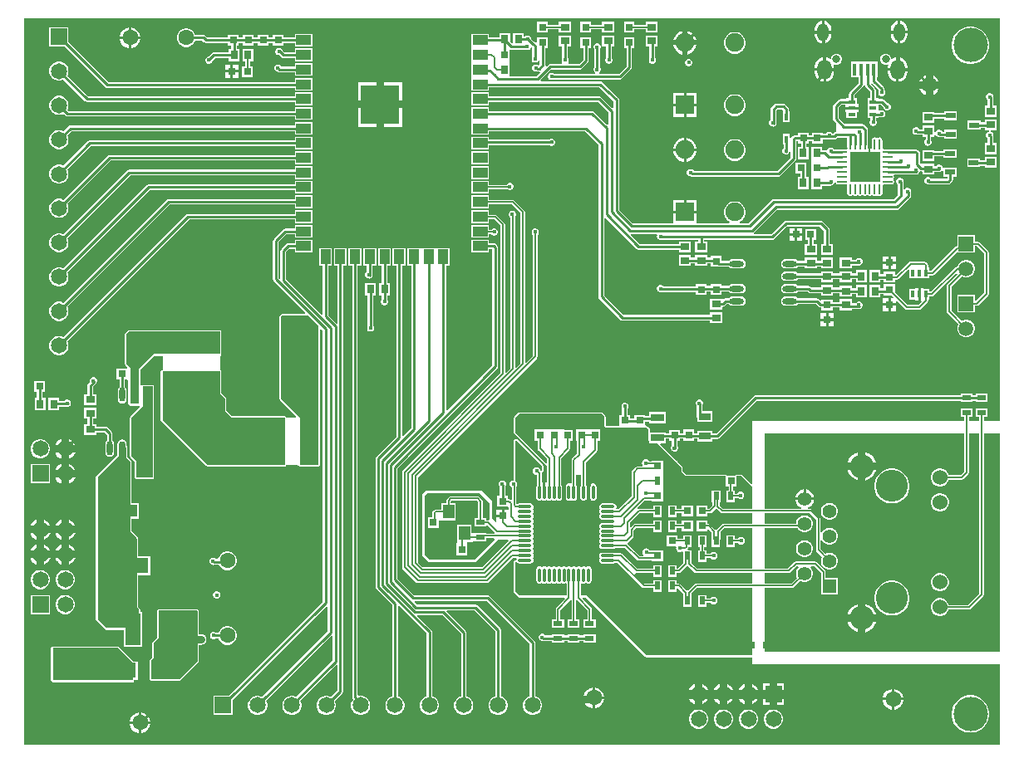
<source format=gtl>
%FSTAX23Y23*%
%MOIN*%
%SFA1B1*%

%IPPOS*%
%ADD11C,0.010000*%
%ADD15C,0.006000*%
%ADD20R,0.124000X0.063000*%
%ADD21R,0.061000X0.126400*%
%ADD22C,0.063000*%
%ADD23R,0.052800X0.031500*%
%ADD24R,0.015700X0.031500*%
%ADD25R,0.031500X0.037400*%
%ADD26R,0.157500X0.157500*%
%ADD27R,0.059100X0.039400*%
%ADD28R,0.039400X0.059100*%
%ADD29R,0.031500X0.031500*%
%ADD30R,0.017700X0.051200*%
%ADD31R,0.021700X0.035400*%
%ADD32R,0.035400X0.021700*%
%ADD33R,0.031500X0.031500*%
%ADD34R,0.216500X0.084600*%
%ADD35R,0.068900X0.177200*%
%ADD36R,0.070900X0.173200*%
%ADD37R,0.076800X0.049200*%
%ADD38R,0.049200X0.031500*%
%ADD39O,0.023600X0.057100*%
%ADD40R,0.037400X0.031500*%
%ADD41O,0.059100X0.023600*%
%ADD42O,0.057100X0.011800*%
%ADD43O,0.011800X0.057100*%
%ADD44R,0.039400X0.023600*%
%ADD45R,0.061000X0.082700*%
%ADD46R,0.050000X0.055000*%
%ADD47R,0.082700X0.061000*%
%ADD48O,0.041300X0.009800*%
%ADD49O,0.009800X0.041300*%
%ADD50R,0.123200X0.123200*%
%ADD51R,0.031500X0.015700*%
%ADD52R,0.045300X0.055100*%
%ADD105C,0.030000*%
%ADD106C,0.065000*%
%ADD107R,0.065000X0.065000*%
%ADD108R,0.055000X0.055000*%
%ADD109C,0.055000*%
%ADD110C,0.060200*%
%ADD111C,0.128000*%
%ADD112C,0.096300*%
%ADD113R,0.088600X0.088600*%
%ADD114C,0.088600*%
%ADD115R,0.065000X0.065000*%
%ADD116O,0.057100X0.078700*%
%ADD117O,0.045300X0.070900*%
%ADD118C,0.031500*%
%ADD119C,0.138000*%
%ADD120C,0.075000*%
%ADD121R,0.075000X0.075000*%
%ADD122R,0.059100X0.059100*%
%ADD123C,0.059100*%
%ADD124C,0.017700*%
%ADD125C,0.019700*%
%LNv1.0-1*%
%LPD*%
G36*
X04933Y0337D02*
X04869D01*
Y03388*
X04883*
Y03422*
X04836*
Y03388*
X0485*
Y0337*
X04809*
Y03388*
X04823*
Y03422*
X04776*
Y03388*
X0479*
Y0337*
X0394*
Y0312*
X03935Y03118*
X03899Y03154*
X03895Y03156*
X03876*
X03872Y03154*
X03871Y03151*
X03839*
X03837Y03154*
X03833Y03156*
X03675*
X03661Y0317*
Y03185*
X03659Y03189*
X03641Y03207*
Y03211*
X03637*
X03571Y03277*
X03573Y03282*
X03592*
Y03301*
X03608*
Y03292*
X03618*
Y03275*
X03615Y03272*
X03613Y03266*
Y0326*
X03615Y03255*
X03619Y03251*
X03625Y03249*
X03628*
X0363Y03248*
X03631Y03249*
X03631*
X03631Y03249*
X03634Y03249*
X03636Y03251*
X03637Y03252*
X03638Y03253*
X0364Y03255*
X03643Y0326*
Y03266*
X03641Y03271*
Y03292*
X03651*
Y03301*
X03663*
Y03293*
X03706*
Y03301*
X03719*
Y03288*
X0378*
Y03299*
X038*
X03804Y033*
X03808Y03302*
X03959Y03453*
X04776*
Y03447*
X04823*
Y03453*
X04836*
Y03447*
X04883*
Y03481*
X04836*
Y03475*
X04823*
Y03481*
X04776*
Y03475*
X03954*
X0395Y03474*
X03946Y03472*
X03796Y03321*
X0378*
Y03332*
X03719*
Y03323*
X03706*
Y03337*
X03663*
Y03323*
X03651*
Y03336*
X03608*
Y03323*
X03592*
Y03326*
X03531*
Y03335*
X03529Y0334*
X03519Y03349*
X03516Y03351*
X03515Y03351*
X03511Y03354*
Y03368*
X03527*
Y03363*
X03592*
Y03407*
X03527*
Y03391*
X03511*
Y03395*
X03468*
Y03381*
X03451*
Y03395*
X03441*
Y0342*
X03442Y03421*
X03444Y03427*
Y03433*
X03442Y03438*
X03438Y03442*
X03433Y03444*
X03427*
X03421Y03442*
X03417Y03438*
X03415Y03433*
Y03427*
X03417Y03421*
X03418Y0342*
Y03395*
X03408*
Y03352*
X03403Y03351*
X03356*
X03352Y03354*
Y03388*
X0335Y03393*
X03339Y03404*
X03335Y03406*
X03005*
X03Y03404*
X02985Y03389*
X02983Y03385*
Y03324*
X02985Y03319*
X03107Y03197*
X03108Y03197*
X03108Y03196*
X0311Y03196*
X03111Y03195*
X03116Y03193*
X03116Y03193*
Y03126*
X03115Y03125*
X03111Y03124*
X03111Y03124*
Y03086*
X03101*
Y03124*
X03101*
X03096Y03126*
Y03161*
X03095Y03165*
X03095Y03165*
X031Y03167*
X031Y03168*
X03101Y03169*
X03102Y0317*
X03103Y03171*
X03103Y03172*
X03103Y03173*
Y0319*
X03101Y03195*
X02999Y03298*
X02998Y03298*
X02997Y03299*
X02995*
X02994Y033*
X02993Y03299*
X02992*
X02987Y03297*
X02986Y03296*
X02985Y03296*
X02984Y03295*
X02984Y03294*
Y03292*
X02983Y03291*
Y03133*
X0298*
X02974Y03131*
X0297Y03127*
X02968Y03121*
Y03115*
X0297Y0311*
X02974Y03106*
X02975Y03105*
Y03057*
X02973Y03056*
X0297Y03056*
X02968Y03058*
X02964Y03058*
X02961*
Y03071*
X02951*
Y03111*
X02953Y03115*
Y03121*
X0295Y03127*
X02946Y03131*
X02941Y03133*
X02935*
X02929Y03131*
X02925Y03127*
X02923Y03121*
Y03115*
X02925Y0311*
X02928Y03107*
Y03071*
X02918*
Y03027*
X02961*
X02963Y03023*
Y03016*
X02945*
Y0299*
X0294*
Y02985*
X02914*
Y02967*
X02909Y02965*
X02895Y0298*
Y0305*
X02855Y0309*
X0263*
X02615Y03075*
Y0283*
X0264Y02805*
X0283*
X0292Y02895*
X0296*
X02962Y0289*
X02856Y02784*
X02618*
X02599Y02803*
Y03146*
X03076Y03623*
X03078Y03626*
X03079Y0363*
Y04118*
X03082Y04121*
X03084Y04127*
Y04133*
X03082Y04138*
X03078Y04142*
X03073Y04144*
X03067*
X03061Y04142*
X03057Y04138*
X03055Y04133*
Y04127*
X03057Y04121*
X0306Y04118*
Y03633*
X03033Y03606*
X03029Y03608*
Y0421*
X03028Y04213*
X03026Y04216*
X02986Y04256*
X02983Y04258*
X0298Y04259*
X02884*
Y04277*
X02813*
Y04225*
X02884*
Y0424*
X02976*
X0301Y04206*
Y03603*
X02993Y03586*
X02989Y03588*
Y04191*
X0299Y04192*
X02993Y04198*
Y04204*
X0299Y04209*
X02986Y04214*
X02981Y04216*
X02975*
X02969Y04214*
X02965Y04209*
X02963Y04204*
Y04198*
X02965Y04192*
X02969Y04188*
X0297Y04188*
Y03583*
X02953Y03566*
X02949Y03568*
Y0416*
X02948Y04163*
X02946Y04166*
X02916Y04196*
X02913Y04198*
X0291Y04199*
X02884*
Y04218*
X02813*
Y04166*
X02884*
Y0418*
X02906*
X0293Y04156*
Y03563*
X02538Y03171*
X02536Y03168*
X02535Y03165*
Y02785*
X02536Y02781*
X02538Y02778*
X02593Y02723*
X02596Y02721*
X026Y0272*
X02875*
X02878Y02721*
X02881Y02723*
X0298Y02822*
X02992*
X02995Y02817*
X02995Y02816*
X02994Y02816*
X02994Y02815*
X02993Y02812*
X02991Y02812*
X02987Y0281*
X02986Y02809*
X02985Y02809*
X02984Y02807*
X02983Y02806*
X02983Y02805*
X02983Y02804*
Y02685*
X02985Y0268*
X03Y02665*
X03005Y02663*
X03188*
X0319Y02658*
X03154Y02623*
X03152Y0262*
X03152Y02616*
Y02575*
X03137*
Y02542*
X03185*
Y02575*
X0317*
Y02612*
X0321Y02652*
X03214Y02651*
X03215Y0265*
Y02575*
X03201*
Y02542*
X03248*
Y02575*
X03233*
Y02651*
X03234Y02652*
X03238Y02653*
X03279Y02612*
Y02575*
X03264*
Y02542*
X03312*
Y02575*
X03297*
Y02616*
X03296Y0262*
X03294Y02623*
X03259Y02658*
X03261Y02663*
X03272*
X0351Y02425*
X03515Y02423*
X0394*
Y02395*
X04933*
Y02071*
X01021*
Y04988*
X04933*
Y0337*
G37*
G36*
X03346Y03388D02*
Y03352D01*
X03353Y03345*
X03515*
X03524Y03335*
Y03292*
X03526Y0329*
X03527*
Y03282*
X03557*
X03655Y03185*
Y03167*
X03672Y0315*
X03833*
Y03108*
X03845*
Y03093*
X03837*
Y03046*
X03871*
Y0306*
X03886*
X03887Y03059*
X03893Y03058*
X03899Y03059*
X03904Y03063*
X03907Y03068*
X03908Y03073*
X03907Y03079*
X03904Y03084*
X03899Y03087*
X03893Y03089*
X03887Y03087*
X03882Y03084*
X03879Y03079*
X03879Y03079*
X03871*
Y03093*
X03863*
Y03108*
X03876*
Y0315*
X03895*
X0394Y03105*
Y03019*
X03823*
X0381Y03032*
Y03046*
X03812*
Y03093*
X03778*
Y03046*
X0378*
Y03033*
X03766Y03019*
X03761Y03019*
Y03031*
X03717*
Y02988*
X03761*
Y03*
X0377*
X03773Y03001*
X03776Y03003*
X03795Y03022*
X03813Y03003*
X03816Y03001*
X0382Y03*
X0394*
Y02959*
X03825*
X03821Y02958*
X03818Y02956*
X03798Y02936*
X03795Y02934*
X03791Y02936*
X03771Y02956*
X03768Y02958*
X03765Y02959*
X03761*
Y02971*
X03717*
Y02928*
X03761*
Y02934*
X03765Y02936*
X03778Y02923*
Y02913*
X03778*
Y02866*
X03811*
Y02896*
X03812Y02897*
Y02924*
X03828Y0294*
X0394*
Y02779*
X03718*
X03697Y02801*
Y02822*
X03696Y02823*
Y02853*
X03683*
X03682Y02856*
X03681Y02858*
X03683Y02861*
X03684Y02865*
Y02866*
X03697*
Y02913*
X03663*
Y02899*
X03641*
Y02911*
X03597*
Y02868*
X03632*
X03635Y02863*
X03634Y0286*
X03636Y02854*
X03639Y02849*
X03644Y02846*
X0365Y02844*
X03655Y02846*
X03658Y02847*
X03663Y02844*
Y02823*
X03663Y02822*
Y02801*
X03641Y02779*
X03636Y0278*
Y02793*
X03603*
Y02746*
X03636*
Y0276*
X03645*
X03648Y02761*
X03651Y02763*
X03676Y02788*
X0368Y0279*
X03683Y02788*
X03708Y02763*
X03711Y02761*
X03715Y0276*
X0394*
Y02719*
X03715*
X03711Y02718*
X03708Y02716*
X03683Y02691*
X03681Y0269*
X03676Y02691*
X03651Y02716*
X03648Y02718*
X03645Y02719*
X03636*
Y02733*
X03603*
Y02686*
X03636*
Y02699*
X03641Y027*
X03663Y02678*
Y0265*
X03663Y02649*
Y02626*
X03697*
Y02656*
X03697Y02657*
Y02679*
X03718Y027*
X0394*
Y0243*
X03515*
X03275Y0267*
X03253*
Y02717*
X03258Y0272*
X03259Y02719*
X03263Y02718*
X03268Y02719*
X03272Y02722*
X03275*
X03278Y02719*
X03283Y02718*
X03288Y02719*
X03292Y02722*
X03294Y02726*
X03295Y02731*
Y02776*
X03294Y0278*
X03292Y02784*
X03288Y02787*
X03283Y02788*
X03278Y02787*
X03275Y02784*
X03272*
X03268Y02787*
X03263Y02788*
X03259Y02787*
X03255Y02784*
X03252*
X03248Y02787*
X03244Y02788*
X03239Y02787*
X03235Y02784*
X03233*
X03229Y02787*
X03224Y02788*
X03219Y02787*
X03215Y02784*
X03213*
X03209Y02787*
X03204Y02788*
X032Y02787*
X03196Y02784*
X03193*
X03189Y02787*
X03185Y02788*
X0318Y02787*
X03176Y02784*
X03174*
X0317Y02787*
X03165Y02788*
X0316Y02787*
X03156Y02784*
X03154*
X0315Y02787*
X03145Y02788*
X03141Y02787*
X03137Y02784*
X03134*
X0313Y02787*
X03126Y02788*
X03121Y02787*
X03117Y02784*
X03115*
X03111Y02787*
X03106Y02788*
X03101Y02787*
X03097Y02784*
X03095*
X03091Y02787*
X03086Y02788*
X03082Y02787*
X03078Y02784*
X03075Y0278*
X03074Y02776*
Y02731*
X03075Y02726*
X03078Y02722*
X03082Y02719*
X03086Y02718*
X03091Y02719*
X03095Y02722*
X03097*
X03101Y02719*
X03106Y02718*
X03111Y02719*
X03115Y02722*
X03117*
X03121Y02719*
X03126Y02718*
X0313Y02719*
X03134Y02722*
X03137*
X03141Y02719*
X03145Y02718*
X0315Y02719*
X03154Y02722*
X03156*
X0316Y02719*
X03165Y02718*
X0317Y02719*
X03174Y02722*
X03176*
X0318Y02719*
X03185Y02718*
X03189Y02719*
X0319Y0272*
X03195Y02717*
Y0267*
X03005*
X0299Y02685*
Y02804*
X02994Y02806*
X02995Y02806*
X02997Y02803*
X03001Y028*
X03006Y02799*
X03051*
X03055Y028*
X03059Y02803*
X03062Y02807*
X03063Y02811*
X03062Y02816*
X03059Y0282*
Y02822*
X03062Y02826*
X03063Y02831*
X03062Y02836*
X03059Y0284*
Y02842*
X03062Y02846*
X03063Y02851*
X03062Y02855*
X03059Y02859*
Y02862*
X03062Y02866*
X03063Y0287*
X03062Y02875*
X03059Y02879*
Y02881*
X03062Y02885*
X03063Y0289*
X03062Y02895*
X03059Y02899*
Y02901*
X03062Y02905*
X03063Y0291*
X03062Y02914*
X03059Y02918*
Y02921*
X03062Y02925*
X03063Y02929*
X03062Y02934*
X03059Y02938*
Y0294*
X03062Y02944*
X03063Y02949*
X03062Y02954*
X03059Y02958*
Y0296*
X03062Y02964*
X03063Y02969*
X03062Y02973*
X03059Y02977*
Y0298*
X03062Y02984*
X03063Y02988*
X03062Y02993*
X03059Y02997*
Y03*
X03062Y03003*
X03063Y03008*
X03062Y03013*
X03059Y03017*
Y03019*
X03062Y03023*
X03063Y03028*
X03062Y03032*
X03059Y03036*
X03055Y03039*
X03051Y0304*
X03006*
X03001Y03039*
X02998Y03037*
X02994Y03039*
Y03108*
X02997Y03113*
X02998Y03118*
X02997Y03124*
X02994Y03129*
X0299Y03132*
Y03291*
X02994Y03293*
X03097Y0319*
Y03173*
X03092Y03171*
X03089Y03173*
X03089Y03175*
X03085Y0318*
X0308Y03184*
X03075Y03185*
X03069Y03184*
X03064Y0318*
X03061Y03175*
X03059Y0317*
X03061Y03164*
X03064Y03159*
X03069Y03156*
X03075Y03154*
X03077Y03152*
Y03117*
X03075Y03113*
X03074Y03109*
Y03063*
X03075Y03059*
X03078Y03055*
X03082Y03052*
X03086Y03051*
X03091Y03052*
X03095Y03055*
X03097*
X03101Y03052*
X03106Y03051*
X03111Y03052*
X03115Y03055*
X03117*
X03121Y03052*
X03126Y03051*
X0313Y03052*
X03134Y03055*
X03137*
X03141Y03052*
X03145Y03051*
X0315Y03052*
X03154Y03055*
X03156*
X0316Y03052*
X03165Y03051*
X0317Y03052*
X03174Y03055*
X03176Y03059*
X03177Y03063*
Y03109*
X03176Y03113*
X03174Y03116*
Y03221*
X03206Y03253*
X03208Y03256*
X03209Y0326*
Y03293*
X03221*
Y03336*
X03188*
X03187Y03337*
X03166*
X03123*
X03068*
Y03293*
X0308*
Y0326*
X03081Y03256*
X03083Y03253*
X03116Y0322*
Y03204*
X03115Y03203*
X03111Y03202*
X0299Y03324*
Y03385*
X03005Y034*
X03335*
X03346Y03388*
G37*
G36*
X02885Y03042D02*
Y02977D01*
X0288Y02973*
X02874*
Y02981*
X0286*
Y03049*
X02859Y03052*
X02857Y03055*
X02846Y03066*
X02843Y03068*
X0284Y03069*
X0273*
X02726Y03068*
X02723Y03066*
X02716Y03059*
X02714Y03056*
X02713Y03052*
Y03044*
X02709Y0304*
X02694*
Y03016*
X0267*
X02666Y03015*
X02663Y03013*
X0266Y0301*
X02658Y03007*
X02657Y03003*
Y02985*
X02639*
Y02942*
X02682*
Y0297*
X02686Y02973*
X02694*
X02751*
Y0304*
X02732*
Y03043*
X02731Y03046*
X02734Y0305*
X02836*
X02841Y03045*
Y02981*
X02827*
Y02947*
X02874*
Y0295*
X02879Y02952*
X02907Y02924*
X02906Y0292*
X02905Y02919*
X02874*
Y02922*
X02816*
X02814Y02922*
Y02954*
X02757*
Y02886*
X02753Y02883*
Y02833*
X02797*
Y02886*
X02814*
X02827Y02888*
X02874*
Y02901*
X02904*
X02906Y02896*
X02825Y02815*
X02645*
X02625Y02835*
Y0307*
X02635Y0308*
X02847*
X02885Y03042*
G37*
G36*
X04126Y02783D02*
X04123Y0278D01*
X04118Y02772*
X04116Y02764*
Y02755*
X04118Y02746*
X0412Y02743*
X04096Y02719*
X0399*
Y0276*
X04087*
X0409Y02761*
X04093Y02763*
X04118Y02788*
X04124*
X04126Y02783*
G37*
G36*
X04933Y02445D02*
X0399D01*
Y027*
X041*
X04103Y02701*
X04106Y02703*
X04133Y0273*
X04137Y02728*
X04145Y02726*
X04154*
X04162Y02728*
X0417Y02733*
X04176Y02739*
X04181Y02746*
X04183Y02755*
Y02764*
X04181Y02772*
X04176Y0278*
X04173Y02783*
X04175Y02788*
X04188*
X04216Y0276*
Y02734*
X04216Y02733*
Y02676*
X04283*
Y02743*
X04234*
Y02764*
X04234Y02768*
X04232Y02771*
X04198Y02804*
X04195Y02806*
X04192Y02807*
X04115*
X04111Y02806*
X04108Y02804*
X04083Y02779*
X0399*
Y0294*
X04122*
X04122Y0294*
X04123Y02939*
X04129Y02933*
X04137Y02928*
X04145Y02926*
X04154*
X04162Y02928*
X0417Y02933*
X04176Y02939*
X04181Y02946*
X04183Y02955*
Y02964*
X04181Y02972*
X04176Y0298*
X0417Y02986*
X04162Y02991*
X04154Y02993*
X04145*
X04137Y02991*
X04129Y02986*
X04123Y0298*
X04118Y02972*
X04116Y02964*
Y02959*
X0399*
Y03*
X04171*
X04195Y02976*
Y02854*
X04196Y02851*
X04198Y02848*
X0422Y02826*
X04218Y02822*
X04216Y02814*
Y02805*
X04218Y02796*
X04223Y02789*
X04229Y02783*
X04237Y02778*
X04245Y02776*
X04254*
X04262Y02778*
X0427Y02783*
X04276Y02789*
X04281Y02796*
X04283Y02805*
Y02814*
X04281Y02822*
X04276Y0283*
X0427Y02836*
X04262Y02841*
X04254Y02843*
X04245*
X04237Y02841*
X04233Y02839*
X04214Y02858*
Y02892*
X04215Y02893*
X04221Y02892*
X04223Y02889*
X04229Y02883*
X04237Y02878*
X04245Y02876*
X04254*
X04262Y02878*
X0427Y02883*
X04276Y02889*
X04281Y02896*
X04283Y02905*
Y02914*
X04281Y02922*
X04276Y0293*
X0427Y02936*
X04262Y02941*
X04254Y02943*
X04245*
X04237Y02941*
X04229Y02936*
X04223Y0293*
X04221Y02927*
X04215Y02926*
X04214Y02927*
Y0298*
X04213Y02983*
X04211Y02986*
X04181Y03016*
X04178Y03018*
X04175Y03019*
X04162*
X04162Y03024*
X04164Y03024*
X04173Y03029*
X0418Y03036*
X04185Y03045*
X04187Y03054*
X0415*
X04112*
X04115Y03045*
X0412Y03036*
X04127Y03029*
X04135Y03024*
X04138Y03024*
X04137Y03019*
X0399*
Y0332*
X0479*
Y03168*
X04777Y03155*
X04727*
X04726Y03159*
X04721Y03168*
X04715Y03174*
X04706Y03179*
X04697Y03181*
X04688*
X04679Y03179*
X0467Y03174*
X04664Y03168*
X04659Y03159*
X04656Y0315*
Y03141*
X04659Y03131*
X04664Y03123*
X0467Y03116*
X04679Y03112*
X04688Y03109*
X04697*
X04706Y03112*
X04715Y03116*
X04721Y03123*
X04726Y03131*
X04727Y03136*
X0478*
X04784Y03137*
X04787Y03139*
X04806Y03158*
X04808Y03161*
X04809Y03165*
Y0332*
X0485*
Y02678*
X04805Y02633*
X04727*
X04726Y02638*
X04721Y02646*
X04715Y02653*
X04706Y02657*
X04697Y0266*
X04688*
X04679Y02657*
X0467Y02653*
X04664Y02646*
X04659Y02638*
X04656Y02628*
Y02619*
X04659Y0261*
X04664Y02602*
X0467Y02595*
X04679Y0259*
X04688Y02588*
X04697*
X04706Y0259*
X04715Y02595*
X04721Y02602*
X04726Y0261*
X04727Y02615*
X04809*
X04812Y02615*
X04815Y02617*
X04866Y02668*
X04868Y02671*
X04869Y02675*
Y0332*
X04933*
Y02445*
G37*
%LNv1.0-2*%
%LPC*%
G36*
X03561Y04975D02*
X03512D01*
Y04962*
X03468*
Y04974*
X03425*
Y04931*
X03468*
Y04944*
X03512*
Y04931*
X03561*
Y04975*
G37*
G36*
X03387D02*
X03338D01*
Y04962*
X03294*
Y04974*
X03251*
Y04931*
X03294*
Y04944*
X03338*
Y04931*
X03387*
Y04975*
G37*
G36*
X03214D02*
X03164D01*
Y04962*
X03121*
Y04974*
X03077*
Y04931*
X03121*
Y04944*
X03164*
Y04931*
X03214*
Y04975*
G37*
G36*
X04534Y04978D02*
Y04938D01*
X04562*
Y04946*
X04561Y04954*
X04557Y04962*
X04552Y04969*
X04545Y04974*
X04537Y04977*
X04534Y04978*
G37*
G36*
X04229D02*
Y04938D01*
X04257*
Y04946*
X04255Y04954*
X04252Y04962*
X04247Y04969*
X0424Y04974*
X04232Y04977*
X04229Y04978*
G37*
G36*
X04219D02*
X04215Y04977D01*
X04207Y04974*
X042Y04969*
X04195Y04962*
X04192Y04954*
X04191Y04946*
Y04938*
X04219*
Y04978*
G37*
G36*
X04524D02*
X0452Y04977D01*
X04512Y04974*
X04506Y04969*
X045Y04962*
X04497Y04954*
X04496Y04946*
Y04938*
X04524*
Y04978*
G37*
G36*
X0145Y04951D02*
X0145D01*
Y04915*
X01486*
Y04915*
X01483Y04926*
X01478Y04935*
X0147Y04943*
X01461Y04948*
X0145Y04951*
G37*
G36*
X0144D02*
X01439D01*
X01429Y04948*
X01419Y04943*
X01411Y04935*
X01406Y04926*
X01403Y04915*
Y04915*
X0144*
Y04951*
G37*
G36*
X0368Y04936D02*
Y049D01*
X03716*
X03714Y04908*
X03708Y04919*
X03699Y04928*
X03688Y04934*
X0368Y04936*
G37*
G36*
X0366D02*
X03651Y04934D01*
X0364Y04928*
X03632Y04919*
X03625Y04908*
X03623Y049*
X0366*
Y04936*
G37*
G36*
X03024Y04929D02*
X0298D01*
Y04891*
X02975Y04889*
X02969Y04896*
Y04929*
X02925*
Y04912*
X02884*
Y04926*
X02813*
Y04875*
Y04816*
Y04757*
Y04741*
Y04698*
X02884*
Y04712*
X03326*
X03383Y04655*
Y04629*
X03378Y04627*
X03333Y04672*
X03329Y04675*
X03325Y04675*
X02884*
Y0469*
X02813*
Y04639*
X02884*
Y04653*
X0332*
X03363Y0461*
Y04562*
X03358Y0456*
X03305Y04613*
X03302Y04616*
X03297Y04616*
X02884*
Y04631*
X02813*
Y0458*
Y0452*
X02884*
Y04535*
X03268*
X03323Y0448*
Y0387*
X03324Y03865*
X03327Y03862*
X03411Y03777*
X03414Y03775*
X03419Y03774*
X0377*
Y03764*
X03819*
Y03807*
X0377*
Y03797*
X03423*
X03346Y03874*
Y04185*
X03351Y04187*
X03476Y04063*
X03479Y0406*
X03484Y04059*
X03645*
Y04049*
X03694*
Y04092*
X03645*
Y04082*
X03488*
X03452Y04118*
X03454Y04123*
X03555*
X03559Y04118*
X03558Y04116*
Y0411*
X0356Y04105*
X03564Y04101*
X0357Y04099*
X03573*
X03575Y04098*
X03724*
Y04092*
X0371*
Y04049*
X03759*
Y04092*
X03746*
Y04098*
X0402*
X04024Y04099*
X04027Y04102*
X04079Y04153*
X0421*
X04228Y04135*
Y04082*
X04215*
Y04039*
X04264*
Y04082*
X04251*
Y0414*
X0425Y04144*
X04247Y04147*
X04222Y04172*
X04219Y04175*
X04215Y04176*
X04075*
X0407Y04175*
X04067Y04172*
X04015Y04121*
X03948*
X03946Y04126*
X03947Y04127*
X04039Y04218*
X0452*
X04524Y04219*
X04527Y04222*
X04572Y04267*
X04575Y0427*
X04576Y04275*
Y04286*
X04578Y0429*
Y04296*
X04575Y04302*
X04571Y04306*
X04566Y04308*
X0456*
X04554Y04306*
X04551Y04302*
X04548Y04303*
X04546Y04304*
Y04326*
X04548Y0433*
Y04336*
X04545Y04342*
X04541Y04346*
X04536Y04348*
X0453*
X04524Y04346*
X0452Y04342*
X04518Y04336*
Y0433*
X0452Y04325*
X04523Y04322*
Y04279*
X04505Y04261*
X04025*
X0402Y0426*
X04017Y04257*
X03925Y04166*
X03891*
X03889Y04171*
X03896Y04175*
X03904Y04183*
X0391Y04193*
X03913Y04204*
Y04215*
X0391Y04226*
X03904Y04236*
X03896Y04244*
X03886Y0425*
X03875Y04253*
X03864*
X03853Y0425*
X03843Y04244*
X03835Y04236*
X03829Y04226*
X03826Y04215*
Y04204*
X03829Y04193*
X03835Y04183*
X03843Y04175*
X0385Y04171*
X03848Y04166*
X03717*
Y04205*
X0367*
X03622*
Y04166*
X03459*
X03406Y04219*
Y0466*
X03405Y04664*
X03402Y04667*
X03339Y04731*
X03335Y04734*
X03331Y04735*
X03092*
X0309Y0474*
X03134Y04783*
X0325*
X03254Y04784*
X03257Y04787*
X03281Y0481*
X03283Y04813*
X03284Y04818*
Y04868*
X03294*
Y04911*
X03251*
Y04868*
X03262*
Y04822*
X03245Y04806*
X03204*
X03202Y04811*
X03202Y04811*
X03204Y04817*
Y04823*
X03202Y04828*
X03201Y04829*
Y04876*
X03214*
Y04919*
X03164*
Y04876*
X03178*
Y04829*
X03177Y04828*
X03175Y04823*
Y04817*
X03177Y04811*
X03177Y04811*
X03175Y04806*
X0313*
X03125Y04805*
X03122Y04802*
X03115Y04796*
X03111Y04798*
X03111Y048*
Y04868*
X03121*
Y04911*
X03077*
Y04892*
X03073Y0489*
X03069Y04893*
X03065Y04896*
X03064Y04896*
X03054Y04906*
Y04908*
X03052Y04913*
X03048Y04917*
X03043Y04919*
X03037*
X03031Y04917*
X0303Y04916*
X03024*
Y04929*
G37*
G36*
X04562Y04928D02*
X04534D01*
Y04888*
X04537Y04888*
X04545Y04892*
X04552Y04897*
X04557Y04904*
X04561Y04912*
X04562Y0492*
Y04928*
G37*
G36*
X04219D02*
X04191D01*
Y0492*
X04192Y04912*
X04195Y04904*
X042Y04897*
X04207Y04892*
X04215Y04888*
X04219Y04888*
Y04928*
G37*
G36*
X04257D02*
X04229D01*
Y04888*
X04232Y04888*
X0424Y04892*
X04247Y04897*
X04252Y04904*
X04255Y04912*
X04257Y0492*
Y04928*
G37*
G36*
X04524D02*
X04496D01*
Y0492*
X04497Y04912*
X045Y04904*
X04506Y04897*
X04512Y04892*
X0452Y04888*
X04524Y04888*
Y04928*
G37*
G36*
X01674Y04947D02*
X01665D01*
X01655Y04944*
X01647Y0494*
X0164Y04933*
X01635Y04924*
X01632Y04914*
Y04905*
X01635Y04895*
X0164Y04887*
X01647Y0488*
X01655Y04875*
X01665Y04872*
X01674*
X01684Y04875*
X01693Y0488*
X017Y04887*
X01704Y04895*
X01705Y04898*
X01734*
X01741Y04892*
X01744Y0489*
X01749Y04889*
X01838*
Y04878*
X01851*
Y04864*
X0184*
Y04851*
X01781*
X01777Y0485*
X01773Y04847*
X0176Y04834*
X01758*
X01753Y04832*
X01749Y04828*
X01746Y04823*
Y04817*
X01749Y04811*
X01753Y04807*
X01758Y04805*
X01764*
X0177Y04807*
X01774Y04811*
X01776Y04817*
Y04819*
X01786Y04828*
X0184*
Y04815*
X01884*
Y04864*
X01873*
Y04878*
X01881*
Y04889*
X01898*
Y04878*
X01941*
Y04889*
X01958*
Y04878*
X02001*
Y04889*
X02018*
Y04878*
X02061*
Y04889*
X02105*
Y04875*
X02176*
Y04926*
X02105*
Y04912*
X02061*
Y04922*
X02018*
Y04912*
X02001*
Y04922*
X01958*
Y04912*
X01941*
Y04922*
X01898*
Y04912*
X01881*
Y04922*
X01838*
Y04911*
X01753*
X01747Y04917*
X01743Y0492*
X01739Y04921*
X01705*
X01704Y04924*
X017Y04933*
X01693Y0494*
X01684Y04944*
X01674Y04947*
G37*
G36*
X01486Y04905D02*
X0145D01*
Y04868*
X0145*
X01461Y04871*
X0147Y04876*
X01478Y04884*
X01483Y04894*
X01486Y04904*
Y04905*
G37*
G36*
X0144D02*
X01403D01*
Y04904*
X01406Y04894*
X01411Y04884*
X01419Y04876*
X01429Y04871*
X01439Y04868*
X0144*
Y04905*
G37*
G36*
X03875Y04933D02*
X03864D01*
X03853Y0493*
X03843Y04924*
X03835Y04916*
X03829Y04906*
X03826Y04895*
Y04884*
X03829Y04873*
X03835Y04863*
X03843Y04855*
X03853Y04849*
X03864Y04846*
X03875*
X03886Y04849*
X03896Y04855*
X03904Y04863*
X0391Y04873*
X03913Y04884*
Y04895*
X0391Y04906*
X03904Y04916*
X03896Y04924*
X03886Y0493*
X03875Y04933*
G37*
G36*
X03716Y0488D02*
X0368D01*
Y04843*
X03688Y04845*
X03699Y04852*
X03708Y0486*
X03714Y04871*
X03716Y0488*
G37*
G36*
X0366D02*
X03623D01*
X03625Y04871*
X03632Y0486*
X0364Y04852*
X03651Y04845*
X0366Y04843*
Y0488*
G37*
G36*
X04282Y04846D02*
X04273D01*
X04265Y04843*
X04259Y04837*
X04256Y04829*
Y04828*
X04252Y04826*
X04249Y04828*
X0424Y04832*
X04235Y04832*
Y04788*
X04268*
Y04794*
X04268Y048*
X04272Y04803*
X04273Y04803*
X04282*
X0429Y04806*
X04296Y04812*
X043Y0482*
Y04829*
X04296Y04837*
X0429Y04843*
X04282Y04846*
G37*
G36*
X02046Y04869D02*
X0204D01*
X02034Y04867*
X0203Y04863*
X02028Y04857*
Y04851*
X0203Y04846*
X02034Y04842*
X0204Y0484*
X02044*
X02052Y04832*
X02056Y04829*
X0206Y04828*
X02105*
Y04816*
X02176*
Y04867*
X02105*
Y04851*
X02064*
X02058Y04858*
X02055Y04863*
X02051Y04867*
X02046Y04869*
G37*
G36*
X03561Y04919D02*
X03512D01*
Y04876*
X03528*
Y04829*
X03527Y04828*
X03525Y04823*
Y04817*
X03527Y04811*
X03531Y04807*
X03537Y04805*
X03543*
X03548Y04807*
X03552Y04811*
X03554Y04817*
Y04823*
X03552Y04828*
X03551Y04829*
Y04876*
X03561*
Y04919*
G37*
G36*
X03387D02*
X03338D01*
Y04876*
X03353*
Y04829*
X03352Y04828*
X0335Y04823*
Y04817*
X03352Y04811*
X03356Y04807*
X03362Y04805*
X03368*
X03373Y04807*
X03377Y04811*
X03379Y04817*
Y04823*
X03377Y04828*
X03376Y04829*
Y04876*
X03387*
Y04919*
G37*
G36*
X04822Y04955D02*
X04807D01*
X04793Y04952*
X04779Y04946*
X04767Y04938*
X04756Y04927*
X04748Y04915*
X04742Y04901*
X0474Y04887*
Y04872*
X04742Y04858*
X04748Y04844*
X04756Y04832*
X04767Y04821*
X04779Y04813*
X04793Y04807*
X04807Y04805*
X04822*
X04836Y04807*
X0485Y04813*
X04862Y04821*
X04873Y04832*
X04881Y04844*
X04887Y04858*
X0489Y04872*
Y04887*
X04887Y04901*
X04881Y04915*
X04873Y04927*
X04862Y04938*
X0485Y04946*
X04836Y04952*
X04822Y04955*
G37*
G36*
X03688Y04824D02*
X03682D01*
X03676Y04822*
X03672Y04818*
X0367Y04813*
Y04807*
X03672Y04801*
X03676Y04797*
X03682Y04795*
X03688*
X03693Y04797*
X03697Y04801*
X03699Y04807*
Y04813*
X03697Y04818*
X03693Y04822*
X03688Y04824*
G37*
G36*
X02176Y04808D02*
X02105D01*
Y04794*
X02052*
X0205Y04797*
X02046Y04801*
X02041Y04803*
X02035*
X02029Y04801*
X02025Y04797*
X02023Y04791*
Y04785*
X02025Y0478*
X02029Y04776*
X02035Y04774*
X02037*
X02039Y04772*
X02043Y04771*
X02105*
Y04757*
X02176*
Y04808*
G37*
G36*
X04528Y04832D02*
Y04788D01*
X04562*
Y04794*
X0456Y04804*
X04557Y04814*
X0455Y04822*
X04542Y04828*
X04533Y04832*
X04528Y04832*
G37*
G36*
X04225D02*
X0422Y04832D01*
X0421Y04828*
X04202Y04822*
X04196Y04814*
X04192Y04804*
X04191Y04794*
Y04788*
X04225*
Y04832*
G37*
G36*
X04479Y04846D02*
X0447D01*
X04462Y04843*
X04456Y04837*
X04453Y04829*
Y0482*
X04456Y04812*
X04462Y04806*
X0447Y04803*
X04479*
X0448Y04803*
X04485Y048*
X04484Y04794*
Y04788*
X04518*
Y04832*
X04513Y04832*
X04503Y04828*
X04501Y04826*
X04496Y04828*
Y04829*
X04493Y04837*
X04487Y04843*
X04479Y04846*
G37*
G36*
X01879Y048D02*
X01858D01*
Y0478*
X01879*
Y048*
G37*
G36*
X01848D02*
X01827D01*
Y0478*
X01848*
Y048*
G37*
G36*
X03468Y04911D02*
X03425D01*
Y04868*
X03435*
Y04796*
X03405Y04766*
X03327*
X03326Y04771*
X03326Y04771*
X0333Y04775*
X03333Y0478*
Y04786*
X0333Y04792*
X03329Y04793*
Y04864*
X0333Y04865*
X03333Y0487*
Y04876*
X0333Y04882*
X03326Y04886*
X03321Y04888*
X03315*
X03309Y04886*
X03305Y04882*
X03303Y04876*
Y0487*
X03305Y04865*
X03307Y04864*
Y04793*
X03305Y04792*
X03303Y04786*
Y0478*
X03305Y04775*
X03309Y04771*
X0331Y04771*
X03309Y04766*
X03144*
X03143Y04767*
X03138Y04769*
X03132*
X03126Y04767*
X03122Y04763*
X0312Y04758*
Y04752*
X03122Y04746*
X03126Y04742*
X03132Y0474*
X03138*
X03143Y04742*
X03144Y04743*
X0341*
X03414Y04744*
X03417Y04747*
X03454Y04784*
X03457Y04787*
X03458Y04792*
Y04868*
X03468*
Y04911*
G37*
G36*
X01939Y04864D02*
X01895D01*
Y04815*
X01908*
Y04796*
X01894*
Y04753*
X01938*
Y04796*
X01926*
Y04815*
X01939*
Y04864*
G37*
G36*
X01879Y0477D02*
X01858D01*
Y04749*
X01879*
Y0477*
G37*
G36*
X01848D02*
X01827D01*
Y04749*
X01848*
Y0477*
G37*
G36*
X04665Y04758D02*
Y04735D01*
X04688*
X04688Y04736*
X04683Y04745*
X04675Y04753*
X04666Y04758*
X04665Y04758*
G37*
G36*
X04635D02*
X04634Y04758D01*
X04624Y04753*
X04616Y04745*
X04611Y04736*
X04611Y04735*
X04635*
Y04758*
G37*
G36*
X04562Y04778D02*
X04528D01*
Y04734*
X04533Y04735*
X04542Y04739*
X0455Y04745*
X04557Y04753*
X0456Y04762*
X04562Y04772*
Y04778*
G37*
G36*
X04225D02*
X04191D01*
Y04772*
X04192Y04762*
X04196Y04753*
X04202Y04745*
X0421Y04739*
X0422Y04735*
X04225Y04734*
Y04778*
G37*
G36*
X04268D02*
X04235D01*
Y04734*
X0424Y04735*
X04249Y04739*
X04257Y04745*
X04263Y04753*
X04267Y04762*
X04268Y04772*
Y04778*
G37*
G36*
X04518D02*
X04484D01*
Y04772*
X04485Y04762*
X04489Y04753*
X04495Y04745*
X04503Y04739*
X04513Y04735*
X04518Y04734*
Y04778*
G37*
G36*
X01198Y04953D02*
X01121D01*
Y04876*
X01182*
X01346Y04712*
X0135Y04709*
X01354Y04708*
X02105*
Y04698*
X02176*
Y04749*
X02105*
Y04731*
X01359*
X01198Y04891*
Y04953*
G37*
G36*
X04688Y04705D02*
X04665D01*
Y04681*
X04666Y04681*
X04675Y04686*
X04683Y04694*
X04688Y04704*
X04688Y04705*
G37*
G36*
X04635D02*
X04611D01*
X04611Y04704*
X04616Y04694*
X04624Y04686*
X04634Y04681*
X04635Y04681*
Y04705*
G37*
G36*
X04442Y04815D02*
X04336D01*
Y04752*
X04365*
Y04727*
X04331Y04693*
X04329Y04689*
X04328Y04685*
Y04667*
X04317*
Y04664*
X04293*
X04289Y04663*
X04285Y04661*
X04267Y04642*
X04264Y04639*
X04263Y04635*
Y04584*
X04264Y0458*
X04267Y04576*
X04275Y04568*
Y04531*
X04272Y0453*
X04268Y04527*
X04267Y04527*
X04262Y04526*
X04258Y0453*
X04253Y04532*
X04247*
X04241Y0453*
X04237Y04526*
X04237Y04525*
X04223*
Y04529*
X04179*
Y04519*
X04168*
Y04529*
X04124*
Y04519*
X0411*
X04106Y04518*
X04102Y04515*
X04097Y0451*
X04095Y04507*
X0409Y04509*
Y04524*
X04062*
Y0448*
X04065*
Y04468*
X04062Y04465*
X0406Y04459*
Y04453*
X04062Y04448*
X04066Y04444*
X04072Y04441*
X04075*
X04076Y04441*
X04077Y04441*
X04078*
X04078Y04442*
X04081Y04442*
X04083Y04444*
X04084Y04445*
X04085Y04446*
X04087Y04448*
X04088Y04451*
X04093Y0445*
Y04429*
X0404Y04376*
X03706*
X03705Y04377*
X03701Y04381*
X03696Y04383*
X0369*
X03684Y04381*
X0368Y04377*
X03678Y04371*
Y04365*
X0368Y0436*
X03684Y04356*
X0369Y04354*
X03693*
X03695Y04353*
X04045*
X04049Y04354*
X04052Y04357*
X04112Y04417*
X04115Y0442*
X04116Y04425*
Y04496*
X04124*
Y04486*
X04135*
Y04472*
X04122*
Y04423*
X04165*
Y04472*
X04157*
Y04486*
X04168*
Y04496*
X04179*
Y04486*
X04223*
Y04502*
X0427*
X04274Y04503*
X04278Y04506*
X0428Y04508*
X04321*
Y04483*
X04321Y04483*
Y04467*
X04322Y04467*
X04317Y04462*
X04317Y04463*
X04301*
X04301Y04463*
X04267*
X04267Y04463*
X04263Y04467*
X04258Y04469*
X04252*
X04246Y04467*
X04242Y04463*
X04241Y0446*
X04236Y04458*
X04235Y04458*
X04231Y04459*
X04221*
Y04472*
X04177*
Y04443*
X04177*
Y04409*
Y04366*
Y04352*
X04177Y04352*
Y04303*
X04221*
Y04316*
X04256*
X04257Y04316*
X04258*
X04258Y04317*
X04261Y04317*
X04263Y04319*
X04264Y0432*
X04265Y04321*
X04267Y04323*
X04269Y04328*
Y04331*
X04274Y04332*
X04275Y04329*
X04277Y04326*
X04281Y04323*
X04285Y04322*
X04317*
X04317Y04322*
X04322Y04318*
X04321Y04318*
Y04286*
X04322Y04282*
X04325Y04278*
X04328Y04276*
X04332Y04275*
X04337Y04276*
X04339Y04277*
X04342Y04278*
X04346Y04277*
X04348Y04276*
X04352Y04275*
X04356Y04276*
X04359Y04277*
X04362Y04278*
X04365Y04277*
X04368Y04276*
X04372Y04275*
X04376Y04276*
X04378Y04277*
X04382Y04278*
X04385Y04277*
X04387Y04276*
X04392Y04275*
X04396Y04276*
X04398Y04277*
X04401Y04278*
X04405Y04277*
X04407Y04276*
X04411Y04275*
X04415Y04276*
X04418Y04277*
X04421Y04278*
X04424Y04277*
X04427Y04276*
X04431Y04275*
X04435Y04276*
X04439Y04278*
X04443*
X04446Y04276*
X04451Y04275*
X04455Y04276*
X04458Y04278*
X04461Y04282*
X04462Y04286*
Y04318*
X04462Y04318*
X04466Y04322*
X04466Y04322*
X04498*
X04502Y04323*
X04506Y04326*
X04508Y04329*
X04509Y04333*
X04508Y04338*
X04506Y04341*
Y04345*
X04508Y04349*
X04509Y04353*
X04508Y04356*
X0451Y0436*
X04511Y04361*
X04598*
X04603Y04362*
X04606Y04365*
X04607Y04366*
X04608Y04367*
X0461Y04369*
X04611Y04371*
X04613Y04374*
X04618Y04374*
X04622Y04371*
Y04361*
X04671*
Y04371*
X04691*
X04692Y04371*
X04693*
X04693Y04372*
X04696Y04372*
X04698Y04374*
X04699Y04375*
X047Y04376*
X04702Y04378*
X04703Y04381*
X04708Y0438*
Y04352*
X04723*
Y04345*
X04722Y04344*
X04658*
X04657Y04345*
X04653Y04349*
X04648Y04351*
X04642*
X04636Y04349*
X04632Y04345*
X0463Y04339*
Y04333*
X04632Y04328*
X04636Y04324*
X04642Y04321*
X04645*
X04646Y04321*
X04726*
X04731Y04322*
X04734Y04325*
X04742Y04332*
X04744Y04336*
X04745Y0434*
Y04352*
X0476*
Y04388*
X04709*
X04707Y04388*
X04704Y0439*
X04702Y04395*
X04698Y04399*
X04693Y04401*
X04687*
X04681Y04399*
X04677Y04395*
X04677Y04394*
X04671*
Y04404*
X04622*
X04617Y04402*
X04612Y04407*
Y04446*
X04612Y0445*
X04609Y04454*
X04603Y04459*
X046Y04462*
X04595Y04463*
X04482*
X04482Y04463*
X04466*
X04466Y04462*
X04462Y04467*
X04462Y04467*
Y04499*
X04461Y04503*
X04458Y04507*
X04455Y04509*
X04451Y0451*
X04446Y04509*
X04443Y04507*
X04439*
X04435Y04509*
X04431Y0451*
X04427Y04509*
X04423Y04507*
X04421Y04503*
X0442Y04499*
Y04467*
X04417Y04464*
X04405*
X04403Y04467*
Y04483*
X04403Y04483*
Y04542*
X04402Y04546*
X04399Y0455*
X04389Y0456*
X04386Y04563*
X04381Y04564*
X04311*
X04286Y04589*
Y0463*
X04298Y04642*
X04313*
Y04632*
X04339*
X04365*
Y04645*
X04361*
Y04667*
X0435*
Y0468*
X04384Y04715*
X04386Y04718*
X04388Y04718*
X04389Y04718*
X04392Y04718*
X04394Y04714*
X04412Y04696*
Y04667*
X04402*
Y04639*
Y04614*
Y04588*
X04413*
Y04579*
X04412Y04578*
X0441Y04573*
Y04567*
X04412Y04561*
X04416Y04557*
X04422Y04555*
X04428*
X04433Y04557*
X04437Y04561*
X04439Y04567*
Y04573*
X04437Y04578*
X04436Y04579*
Y04588*
X04445*
Y04592*
X04451*
X04457Y0459*
X04463*
X04468Y04592*
X04472Y04596*
X04474Y04602*
Y04608*
X04472Y04613*
X04468Y04617*
X04463Y04619*
X04457*
X04451Y04617*
X0445Y04616*
X04445Y04618*
Y04642*
X04456*
X04466Y04631*
Y04629*
X04469Y04624*
X04473Y0462*
X04478Y04618*
X04484*
X0449Y0462*
X04494Y04624*
X04496Y04629*
Y04635*
X04494Y04641*
X0449Y04645*
X04484Y04647*
X04482*
X04469Y04661*
X04465Y04663*
X04461Y04664*
X04445*
Y04667*
X04435*
Y047*
X04434Y04705*
X04431Y04708*
X04415Y04724*
X04416Y04725*
X04416Y04726*
X04421Y04727*
X04445Y04703*
X04447Y04698*
X04445Y04693*
Y04687*
X04447Y04681*
X04451Y04677*
X04457Y04675*
X04463*
X04468Y04677*
X04472Y04681*
X04474Y04687*
Y04693*
X04472Y04698*
X04471Y04699*
Y04704*
X0447Y04708*
X04467Y04712*
X04439Y04741*
Y04752*
X04442*
Y04815*
G37*
G36*
X02536Y04731D02*
X02462D01*
Y04657*
X02536*
Y04731*
G37*
G36*
X02432D02*
X02359D01*
Y04657*
X02432*
Y04731*
G37*
G36*
X04065Y04646D02*
D01*
X04036*
X04032Y04645*
X04028Y04642*
X04017Y04631*
X04014Y04627*
X04013Y04623*
Y0458*
X0401Y04577*
X04008Y04571*
Y04565*
X0401Y0456*
X04014Y04556*
X0402Y04554*
X04023*
X04025Y04553*
X04026Y04554*
X04026*
X04026Y04554*
X04029Y04554*
X04031Y04556*
X04032Y04557*
X04033Y04558*
X04035Y0456*
X04038Y04565*
Y04571*
X04036Y04576*
Y04618*
X04041Y04623*
X0406*
X04064Y04619*
X04062Y04614*
Y04571*
X0409*
Y04614*
X04087*
Y04623*
X04087Y04627*
X04084Y04631*
X04072Y04642*
X04069Y04645*
X04065Y04646*
G37*
G36*
X03717Y04687D02*
X03675D01*
Y04645*
X03717*
Y04687*
G37*
G36*
X03665D02*
X03622D01*
Y04645*
X03665*
Y04687*
G37*
G36*
X01165Y04815D02*
X01154D01*
X01145Y04812*
X01136Y04807*
X01129Y048*
X01124Y04791*
X01121Y04781*
Y04771*
X01124Y04761*
X01129Y04753*
X01136Y04746*
X01145Y0474*
X01154Y04738*
X01165*
X01174Y0474*
X01178Y04742*
X01264Y04656*
X01267Y04654*
X01272Y04653*
X02105*
Y04639*
X02176*
Y0469*
X02105*
Y04675*
X01276*
X01194Y04758*
X01195Y04761*
X01198Y04771*
Y04781*
X01195Y04791*
X0119Y048*
X01183Y04807*
X01174Y04812*
X01165Y04815*
G37*
G36*
X04761Y04615D02*
X04709D01*
Y04608*
X04671*
Y04612*
X04622*
Y04568*
X04671*
Y04586*
X04709*
Y04579*
X04761*
Y04615*
G37*
G36*
X03875Y04683D02*
X03864D01*
X03853Y0468*
X03843Y04674*
X03835Y04666*
X03829Y04656*
X03826Y04645*
Y04634*
X03829Y04623*
X03835Y04613*
X03843Y04605*
X03853Y04599*
X03864Y04596*
X03875*
X03886Y04599*
X03896Y04605*
X03904Y04613*
X0391Y04623*
X03913Y04634*
Y04645*
X0391Y04656*
X03904Y04666*
X03896Y04674*
X03886Y0468*
X03875Y04683*
G37*
G36*
X04896Y04688D02*
X0489D01*
X04884Y04686*
X0488Y04682*
X04878Y04676*
Y0467*
X0488Y04665*
X04883Y04662*
Y04637*
X04872*
Y04593*
X04921*
Y04637*
X04906*
Y04666*
X04908Y0467*
Y04676*
X04905Y04682*
X04901Y04686*
X04896Y04688*
G37*
G36*
X03717Y04635D02*
X03675D01*
Y04592*
X03717*
Y04635*
G37*
G36*
X03665D02*
X03622D01*
Y04592*
X03665*
Y04635*
G37*
G36*
X04365Y04622D02*
X04339D01*
X04313*
Y0461*
X04317*
Y04588*
X04361*
Y0461*
X04365*
Y04622*
G37*
G36*
X01165Y04677D02*
X01154D01*
X01145Y04674*
X01136Y04669*
X01129Y04662*
X01124Y04653*
X01121Y04644*
Y04633*
X01124Y04624*
X01129Y04615*
X01136Y04608*
X01145Y04603*
X01154Y046*
X01165*
X01174Y04603*
X01178Y04605*
X01185Y04597*
X01189Y04595*
X01193Y04594*
X02105*
Y0458*
X02176*
Y04631*
X02105*
Y04616*
X01198*
X01194Y04621*
X01195Y04624*
X01198Y04633*
Y04644*
X01195Y04653*
X0119Y04662*
X01183Y04669*
X01174Y04674*
X01165Y04677*
G37*
G36*
X04921Y04582D02*
X04872D01*
Y04571*
X04855*
Y04577*
X04804*
Y04542*
X04855*
Y04548*
X04872*
Y04538*
X0489*
X0489Y04533*
X04884Y04531*
X0488Y04527*
X04878Y04521*
Y04515*
X0488Y0451*
X04883Y04507*
Y04487*
X04872*
Y04443*
X04921*
Y04487*
X04906*
Y04511*
X04908Y04515*
Y04521*
X04905Y04527*
X04901Y04531*
X04896Y04533*
X04896Y04538*
X04921*
Y04582*
G37*
G36*
X02176Y04572D02*
X02105D01*
Y04557*
X01205*
X01201Y04557*
X01197Y04554*
X01178Y04535*
X01174Y04537*
X01165Y04539*
X01154*
X01145Y04537*
X01136Y04532*
X01129Y04524*
X01124Y04516*
X01121Y04506*
Y04496*
X01124Y04486*
X01129Y04477*
X01136Y0447*
X01145Y04465*
X01154Y04462*
X01165*
X01174Y04465*
X01183Y0447*
X0119Y04477*
X01195Y04486*
X01198Y04496*
Y04506*
X01195Y04516*
X01194Y04519*
X0121Y04535*
X02105*
Y0452*
X02176*
Y04572*
G37*
G36*
X02536Y04627D02*
X02462D01*
Y04553*
X02536*
Y04627*
G37*
G36*
X02432D02*
X02359D01*
Y04553*
X02432*
Y04627*
G37*
G36*
X04671Y04557D02*
X04622D01*
Y04543*
X0461*
X0461Y04544*
X04605Y04549*
X046Y04551*
X04594*
X04589Y04549*
X04584Y04544*
X04582Y04539*
Y04533*
X04584Y04528*
X04589Y04523*
X04594Y04521*
X04598*
X04599Y04521*
X04622*
Y04513*
X04635*
Y04503*
X04632Y045*
X0463Y04494*
Y04488*
X04632Y04483*
X04636Y04479*
X04642Y04476*
X04645*
X04646Y04476*
X04647Y04476*
X04648*
X04648Y04477*
X04651Y04477*
X04653Y04479*
X04654Y0448*
X04655Y04481*
X04657Y04483*
X04659Y04488*
Y04494*
X04657Y04499*
Y04513*
X04671*
Y04519*
X04676Y0452*
X04677Y04518*
X04681Y04514*
X04687Y04511*
X04689*
X04691Y04511*
X04709*
Y04504*
X04761*
Y0454*
X04709*
Y04533*
X04703*
X04702Y04535*
X04698Y04539*
X04693Y04541*
X04687*
X04681Y04539*
X04677Y04535*
X04676Y04532*
X04671Y04533*
Y04557*
G37*
G36*
X02176Y04513D02*
X02105D01*
Y04498*
X01284*
X01279Y04497*
X01276Y04495*
X01178Y04397*
X01174Y04399*
X01165Y04401*
X01154*
X01145Y04399*
X01136Y04394*
X01129Y04387*
X01124Y04378*
X01121Y04368*
Y04358*
X01124Y04348*
X01129Y04339*
X01136Y04332*
X01145Y04327*
X01154Y04324*
X01165*
X01174Y04327*
X01183Y04332*
X0119Y04339*
X01195Y04348*
X01198Y04358*
Y04368*
X01195Y04378*
X01194Y04381*
X01288Y04476*
X02105*
Y04461*
X02176*
Y04513*
G37*
G36*
X02884D02*
X02813D01*
Y04461*
X02884*
Y04478*
X03125*
X03126Y04477*
X03132Y04475*
X03138*
X03143Y04477*
X03147Y04481*
X03149Y04487*
Y04493*
X03147Y04498*
X03143Y04502*
X03138Y04504*
X03132*
X03126Y04502*
X03125Y04501*
X02884*
Y04513*
G37*
G36*
X03676Y04507D02*
X03675D01*
Y04465*
X03717*
Y04466*
X03714Y04478*
X03708Y04489*
X03699Y04498*
X03688Y04504*
X03676Y04507*
G37*
G36*
X03665D02*
X03663D01*
X03651Y04504*
X0364Y04498*
X03632Y04489*
X03625Y04478*
X03622Y04466*
Y04465*
X03665*
Y04507*
G37*
G36*
X0476Y04463D02*
X04708D01*
Y04456*
X04671*
Y04459*
X04622*
Y04416*
X04671*
Y04434*
X04708*
Y04427*
X0476*
Y04463*
G37*
G36*
X02176Y04454D02*
X02105D01*
Y04439*
X01362*
X01358Y04438*
X01355Y04436*
X01178Y04259*
X01174Y04261*
X01165Y04264*
X01154*
X01145Y04261*
X01136Y04256*
X01129Y04249*
X01124Y0424*
X01121Y0423*
Y0422*
X01124Y0421*
X01129Y04202*
X01136Y04194*
X01145Y04189*
X01154Y04187*
X01165*
X01174Y04189*
X01183Y04194*
X0119Y04202*
X01195Y0421*
X01198Y0422*
Y0423*
X01195Y0424*
X01194Y04243*
X01367Y04417*
X02105*
Y04402*
X02176*
Y04454*
G37*
G36*
X04921Y04432D02*
X04872D01*
Y04419*
X04854*
Y04425*
X04803*
Y0439*
X04854*
Y04396*
X04872*
Y04388*
X04921*
Y04432*
G37*
G36*
X03875Y04503D02*
X03864D01*
X03853Y045*
X03843Y04494*
X03835Y04486*
X03829Y04476*
X03826Y04465*
Y04454*
X03829Y04443*
X03835Y04433*
X03843Y04425*
X03853Y04419*
X03864Y04416*
X03875*
X03886Y04419*
X03896Y04425*
X03904Y04433*
X0391Y04443*
X03913Y04454*
Y04465*
X0391Y04476*
X03904Y04486*
X03896Y04494*
X03886Y045*
X03875Y04503*
G37*
G36*
X03717Y04455D02*
X03675D01*
Y04412*
X03676*
X03688Y04415*
X03699Y04422*
X03708Y0443*
X03714Y04441*
X03717Y04453*
Y04455*
G37*
G36*
X03665D02*
X03622D01*
Y04453*
X03625Y04441*
X03632Y0443*
X0364Y04422*
X03651Y04415*
X03663Y04412*
X03665*
Y04455*
G37*
G36*
X02884Y04454D02*
X02813D01*
Y04402*
X02884*
Y04454*
G37*
G36*
X02176Y04395D02*
X02105D01*
Y0438*
X01441*
X01437Y04379*
X01433Y04377*
X01178Y04121*
X01174Y04123*
X01165Y04126*
X01154*
X01145Y04123*
X01136Y04118*
X01129Y04111*
X01124Y04102*
X01121Y04092*
Y04082*
X01124Y04072*
X01129Y04064*
X01136Y04057*
X01145Y04051*
X01154Y04049*
X01165*
X01174Y04051*
X01183Y04057*
X0119Y04064*
X01195Y04072*
X01198Y04082*
Y04092*
X01195Y04102*
X01194Y04105*
X01446Y04358*
X02105*
Y04343*
X02176*
Y04395*
G37*
G36*
X02884D02*
X02813D01*
Y04343*
X02884*
Y04395*
G37*
G36*
X02176Y04336D02*
X02105D01*
Y04321*
X0152*
X01516Y0432*
X01512Y04318*
X01178Y03984*
X01174Y03985*
X01165Y03988*
X01154*
X01145Y03985*
X01136Y0398*
X01129Y03973*
X01124Y03964*
X01121Y03955*
Y03944*
X01124Y03935*
X01129Y03926*
X01136Y03919*
X01145Y03914*
X01154Y03911*
X01165*
X01174Y03914*
X01183Y03919*
X0119Y03926*
X01195Y03935*
X01198Y03944*
Y03955*
X01195Y03964*
X01194Y03968*
X01525Y04299*
X02105*
Y04284*
X02176*
Y04336*
G37*
G36*
X04157Y04409D02*
X04114D01*
Y04366*
X04132*
Y04352*
X04122*
Y04303*
X04165*
Y04352*
X04155*
Y04366*
X04157*
Y04409*
G37*
G36*
X02884Y04336D02*
X02813D01*
Y04284*
X02884*
Y043*
X02961*
X02965Y04299*
X02971*
X02976Y04301*
X0298Y04305*
X02983Y0431*
Y04316*
X0298Y04322*
X02976Y04326*
X02971Y04328*
X02965*
X02959Y04326*
X02955Y04322*
X02954Y04319*
X02884*
Y04336*
G37*
G36*
X02176Y04277D02*
X02105D01*
Y04262*
X01599*
X01594Y04261*
X01591Y04259*
X01178Y03846*
X01174Y03848*
X01165Y0385*
X01154*
X01145Y03848*
X01136Y03843*
X01129Y03835*
X01124Y03827*
X01121Y03817*
Y03807*
X01124Y03797*
X01129Y03788*
X01136Y03781*
X01145Y03776*
X01154Y03773*
X01165*
X01174Y03776*
X01183Y03781*
X0119Y03788*
X01195Y03797*
X01198Y03807*
Y03817*
X01195Y03827*
X01194Y0383*
X01603Y0424*
X02105*
Y04225*
X02176*
Y04277*
G37*
G36*
X03717Y04257D02*
X03675D01*
Y04215*
X03717*
Y04257*
G37*
G36*
X03665D02*
X03622D01*
Y04215*
X03665*
Y04257*
G37*
G36*
X02176Y04218D02*
X02105D01*
Y04203*
X01677*
X01673Y04202*
X01669Y042*
X01178Y03708*
X01174Y0371*
X01165Y03712*
X01154*
X01145Y0371*
X01136Y03705*
X01129Y03698*
X01124Y03689*
X01121Y03679*
Y03669*
X01124Y03659*
X01129Y0365*
X01136Y03643*
X01145Y03638*
X01154Y03635*
X01165*
X01174Y03638*
X01183Y03643*
X0119Y0365*
X01195Y03659*
X01198Y03669*
Y03679*
X01195Y03689*
X01194Y03692*
X01682Y04181*
X02105*
Y04166*
X02176*
Y04218*
G37*
G36*
X04141Y04145D02*
X0412D01*
Y04125*
X04141*
Y04145*
G37*
G36*
X0411D02*
X04089D01*
Y04125*
X0411*
Y04145*
G37*
G36*
X02884Y04158D02*
X02813D01*
Y04107*
X02884*
Y0412*
X02893*
X02896Y04117*
X02902Y04115*
X02908*
X02913Y04117*
X02917Y04121*
X02919Y04127*
Y04133*
X02917Y04138*
X02913Y04142*
X02908Y04144*
X02902*
X02896Y04142*
X02893Y04139*
X02884*
Y04158*
G37*
G36*
X02176D02*
X02105D01*
Y04144*
X02068*
X02063Y04143*
X0206Y04141*
X02022Y04102*
X02019Y04099*
X02018Y04095*
Y0394*
X02019Y03935*
X02022Y03932*
X02148Y03806*
X02146Y03801*
X02055*
X0205Y03799*
X02045Y03794*
X02043Y0379*
Y0346*
X02045Y03455*
X02111Y03389*
X02109Y03385*
X02071*
X02069Y03389*
X02065Y03391*
X01852*
X01831Y03412*
Y0346*
X01829Y03464*
X01811Y03482*
Y0357*
X01809Y03574*
X01805Y03576*
Y03633*
X01809Y03635*
X01811Y0364*
Y0373*
X01809Y03734*
X01805Y03736*
X0144*
X01435Y03734*
X01425Y03724*
X01423Y0372*
Y036*
X01425Y03595*
X01434Y03586*
X01432Y03581*
X01391*
Y03538*
X01402*
Y03507*
X014Y03506*
X01396Y03501*
X01395Y03494*
Y0346*
X01396Y03453*
X014Y03447*
X01406Y03443*
X01413Y03442*
X0142Y03443*
X01426Y03447*
X0143Y03453*
X01431Y0346*
Y03494*
X0143Y03501*
X01426Y03506*
X01424Y03507*
Y03538*
X01433*
X01434*
X01438Y03535*
Y0344*
X0144Y03435*
X01445Y03433*
X0148*
X01484Y0343*
X01484Y03429*
X01445Y03389*
X01443Y03385*
Y0336*
Y0323*
X01445Y03225*
X01463Y03207*
Y03145*
X01465Y0314*
X0147Y03138*
X01535*
X01539Y0314*
X01541Y03145*
Y0351*
X01539Y03514*
X01535Y03516*
X01495*
X01491Y03515*
X01486Y03517*
Y03577*
X01542Y03633*
X01575*
Y03576*
X0157Y03574*
X01568Y0357*
Y03375*
X0157Y0337*
X0175Y0319*
X01755Y03188*
X02065*
X02069Y0319*
X02071Y03195*
X02118*
X0212Y0319*
X02125Y03188*
X022*
X02204Y0319*
X02206Y03195*
Y03741*
X02211Y03743*
X02218Y03735*
Y02645*
X01841Y02268*
X0178*
Y02191*
X01857*
Y02252*
X02233Y02629*
X02238Y02627*
Y02528*
X01974Y02264*
X01971Y02265*
X01961Y02268*
X01951*
X01941Y02265*
X01933Y0226*
X01925Y02253*
X0192Y02244*
X01918Y02235*
Y02224*
X0192Y02215*
X01925Y02206*
X01933Y02199*
X01941Y02194*
X01951Y02191*
X01961*
X01971Y02194*
X0198Y02199*
X01987Y02206*
X01992Y02215*
X01995Y02224*
Y02235*
X01992Y02244*
X0199Y02248*
X02253Y02511*
X02258Y02509*
Y0241*
X02112Y02264*
X02109Y02265*
X02099Y02268*
X02089*
X02079Y02265*
X0207Y0226*
X02063Y02253*
X02058Y02244*
X02055Y02235*
Y02224*
X02058Y02215*
X02063Y02206*
X0207Y02199*
X02079Y02194*
X02089Y02191*
X02099*
X02109Y02194*
X02118Y02199*
X02125Y02206*
X0213Y02215*
X02132Y02224*
Y02235*
X0213Y02244*
X02128Y02248*
X02272Y02392*
X02277Y0239*
Y0229*
X0225Y02264*
X02247Y02265*
X02237Y02268*
X02227*
X02217Y02265*
X02208Y0226*
X02201Y02253*
X02196Y02244*
X02193Y02235*
Y02224*
X02196Y02215*
X02201Y02206*
X02208Y02199*
X02217Y02194*
X02227Y02191*
X02237*
X02247Y02194*
X02255Y02199*
X02263Y02206*
X02268Y02215*
X0227Y02224*
Y02235*
X02268Y02244*
X02266Y02248*
X02296Y02278*
X02298Y02281*
X02299Y02286*
Y03994*
X02314*
Y04065*
X02262*
Y03994*
X02277*
Y03765*
X02272Y03763*
X0224Y03795*
Y03994*
X02254*
Y04065*
X02203*
Y03994*
X02218*
Y03799*
X02213Y03797*
X02071Y03939*
Y0405*
X02083Y04063*
X02105*
Y04048*
X02176*
Y04099*
X02105*
Y04085*
X02079*
X02074Y04084*
X02071Y04082*
X02052Y04062*
X02049Y04059*
X02048Y04055*
Y03945*
X02044Y03943*
X02041Y03945*
Y0409*
X02072Y04122*
X02105*
Y04107*
X02176*
Y04158*
G37*
G36*
X04141Y04115D02*
X0412D01*
Y04094*
X04141*
Y04115*
G37*
G36*
X0411D02*
X04089D01*
Y04094*
X0411*
Y04115*
G37*
G36*
X04196Y04141D02*
X04152D01*
Y04098*
X04163*
Y04082*
X0415*
Y04039*
X04199*
Y04082*
X04185*
Y04098*
X04196*
Y04141*
G37*
G36*
X03759Y04037D02*
X0371D01*
Y04027*
X03694*
Y04037*
X03645*
Y03994*
X03694*
Y04004*
X0371*
Y03994*
X03759*
Y04004*
X03773*
Y03992*
X03817*
Y03992*
X03847*
X03848Y0399*
X03854Y03986*
X03861Y03985*
X03896*
X03903Y03986*
X03909Y0399*
X03913Y03996*
X03914Y04003*
X03913Y0401*
X03909Y04016*
X03903Y0402*
X03896Y04021*
X03861*
X03854Y0402*
X03848Y04016*
X03847Y04014*
X03817*
Y04035*
X03773*
Y04027*
X03759*
Y04037*
G37*
G36*
X04264Y04027D02*
X04215D01*
Y04014*
X04199*
Y04027*
X0415*
Y04014*
X04123*
X04122Y04016*
X04116Y0402*
X04109Y04021*
X04073*
X04066Y0402*
X04061Y04016*
X04057Y0401*
X04055Y04003*
X04057Y03996*
X04061Y0399*
X04066Y03986*
X04073Y03985*
X04109*
X04116Y03986*
X04122Y0399*
X04123Y03992*
X0415*
Y03984*
X04199*
Y03992*
X04215*
Y03984*
X04264*
Y04027*
G37*
G36*
X04516Y04033D02*
X04495D01*
Y04012*
X04516*
Y04033*
G37*
G36*
X04485D02*
X04464D01*
Y04012*
X04485*
Y04033*
G37*
G36*
X04339Y04027D02*
X0429D01*
Y03984*
X04339*
Y03996*
X04369*
X0437Y03996*
X04371*
X04371Y03996*
X04374Y03997*
X04376Y03999*
X04376*
X04377Y03999*
X04378Y04001*
X0438Y04003*
X04383Y04008*
Y04014*
X0438Y0402*
X04376Y04024*
X04371Y04026*
X04365*
X04359Y04024*
X04355Y0402*
X04355Y04019*
X04339*
Y04027*
G37*
G36*
X04516Y04002D02*
X04495D01*
Y03982*
X04516*
Y04002*
G37*
G36*
X04485D02*
X04464D01*
Y03982*
X04485*
Y04002*
G37*
G36*
X04399Y03978D02*
X04355D01*
Y03964*
X04339*
Y03972*
X0429*
Y03964*
X04264*
Y03972*
X04215*
Y03964*
X04123*
X04122Y03966*
X04116Y0397*
X04109Y03971*
X04073*
X04066Y0397*
X04061Y03966*
X04057Y0396*
X04055Y03953*
X04057Y03946*
X04061Y0394*
X04066Y03936*
X04073Y03935*
X04109*
X04116Y03936*
X04122Y0394*
X04123Y03942*
X04215*
Y03929*
X04264*
Y03942*
X0429*
Y03929*
X04339*
Y03942*
X04355*
Y03928*
X04399*
Y03978*
G37*
G36*
X04803Y04018D02*
X04793D01*
X04784Y04016*
X04776Y04011*
X0477Y04005*
X04765Y03997*
X04764Y03992*
X04763*
X04759Y03991*
X04756Y03989*
X04657Y0389*
X04649*
Y03902*
X04628*
Y03906*
X04615*
Y03881*
Y03855*
X04617*
X04619Y0385*
X04606Y03837*
X04564*
X04512Y03889*
Y0392*
X04468*
Y03904*
X04454*
Y03918*
X04411*
Y03868*
X04454*
Y03882*
X04468*
Y03876*
X04499*
X04505Y03869*
X04504Y03865*
X04495*
Y03844*
X04516*
Y03853*
X0452Y03855*
X04554Y03821*
X04557Y03819*
X0456Y03818*
X04609*
X04613Y03819*
X04616Y03821*
X04642Y03847*
X04644Y0385*
X04645Y03854*
Y03859*
X04649*
Y03871*
X04661*
X04664Y03872*
X04667Y03874*
X04758Y03965*
X04763Y03963*
X04764Y03962*
X04723Y03921*
X04721Y03918*
X04721Y03915*
Y03811*
X04721Y03808*
X04723Y03805*
X04767Y03761*
X04765Y03757*
X04762Y03748*
Y03738*
X04765Y03729*
X0477Y03721*
X04776Y03715*
X04784Y0371*
X04793Y03707*
X04803*
X04812Y0371*
X0482Y03715*
X04826Y03721*
X04831Y03729*
X04833Y03738*
Y03748*
X04831Y03757*
X04826Y03765*
X0482Y03771*
X04812Y03776*
X04803Y03778*
X04793*
X04784Y03776*
X0478Y03774*
X04739Y03815*
Y03911*
X0478Y03952*
X04784Y0395*
X04793Y03947*
X04803*
X04812Y0395*
X0482Y03955*
X04826Y03961*
X04831Y03969*
X04833Y03978*
Y03988*
X04831Y03997*
X04826Y04005*
X0482Y04011*
X04812Y04016*
X04803Y04018*
G37*
G36*
X02432Y04065D02*
X0238D01*
Y03994*
X02393*
Y0397*
X0239Y03967*
X02388Y03961*
Y03955*
X0239Y0395*
X02394Y03946*
X024Y03944*
X02403*
X02405Y03943*
X02406Y03944*
X02406*
X02406Y03944*
X02409Y03944*
X02411Y03946*
X02412Y03947*
X02413Y03948*
X02415Y0395*
X02418Y03955*
Y03961*
X02416Y03966*
Y03994*
X02432*
Y04065*
G37*
G36*
X03896Y03921D02*
X03861D01*
X03854Y0392*
X03848Y03916*
X03847Y03914*
X03817*
Y0392*
X03773*
Y03914*
X03757*
Y0392*
X03713*
Y03911*
X03586*
X03585Y03912*
X03581Y03916*
X03576Y03918*
X0357*
X03564Y03916*
X0356Y03912*
X03558Y03906*
Y039*
X0356Y03895*
X03564Y03891*
X0357Y03889*
X03573*
X03575Y03888*
X03713*
Y03877*
X03757*
Y03892*
X03773*
Y03877*
X03817*
Y03892*
X03847*
X03848Y0389*
X03854Y03886*
X03861Y03885*
X03896*
X03903Y03886*
X03909Y0389*
X03913Y03896*
X03914Y03903*
X03913Y0391*
X03909Y03916*
X03903Y0392*
X03896Y03921*
G37*
G36*
X04109D02*
X04073D01*
X04066Y0392*
X04061Y03916*
X04057Y0391*
X04055Y03903*
X04057Y03896*
X04061Y0389*
X04066Y03886*
X04073Y03885*
X04109*
X04116Y03886*
X04122Y0389*
X04123Y03892*
X04161*
X04165Y03887*
X04169Y03885*
X04173Y03884*
X04215*
Y03874*
X04264*
Y03884*
X0429*
Y03871*
X04339*
Y03882*
X04355*
Y03868*
X04399*
Y03918*
X04355*
Y03904*
X04339*
Y03915*
X0429*
Y03907*
X04264*
Y03917*
X04215*
Y03907*
X04178*
X04173Y03911*
X0417Y03913*
X04165Y03914*
X04123*
X04122Y03916*
X04116Y0392*
X04109Y03921*
G37*
G36*
X03896Y03871D02*
X03861D01*
X03854Y0387*
X03848Y03866*
X03847Y03864*
X03832*
X03828Y03863*
X03824Y03861*
X03824Y0386*
X03819Y03862*
X0377*
Y03819*
X03819*
Y03829*
X03823Y03832*
X03827Y03833*
X03831Y03835*
X03837Y03842*
X03847*
X03848Y0384*
X03854Y03836*
X03861Y03835*
X03896*
X03903Y03836*
X03909Y0384*
X03913Y03846*
X03914Y03853*
X03913Y0386*
X03909Y03866*
X03903Y0387*
X03896Y03871*
G37*
G36*
X04605Y03906D02*
X04592D01*
Y03902*
X0457*
Y03859*
X04592*
Y03855*
X04605*
Y03881*
Y03906*
G37*
G36*
X04833Y04118D02*
X04762D01*
Y04075*
X04759Y04075*
X04756Y04073*
X04658Y03974*
X04649*
Y03987*
X04645*
Y03997*
X04644Y04001*
X04642Y04004*
X04636Y04009*
X04633Y04011*
X0463Y04012*
X04575*
X04571Y04011*
X04568Y04009*
X04517Y03958*
X04512Y03958*
Y0397*
X04468*
Y0396*
X04454*
Y03978*
X04411*
Y03928*
X04454*
Y03937*
X04468*
Y03927*
X04512*
Y03939*
X0452*
X04524Y0394*
X04527Y03942*
X04566Y03981*
X0457Y03979*
Y03944*
X04649*
Y03956*
X04662*
X04666Y03957*
X04669Y03959*
X04759Y04049*
X04762Y04047*
X04833*
Y04074*
X04841*
X04871Y04044*
Y03887*
X04838Y03855*
X04833Y03857*
Y03878*
X04762*
Y03807*
X04833*
Y03834*
X0484*
X04843Y03834*
X04846Y03836*
X04886Y03876*
X04888Y03879*
X04889Y03883*
Y04048*
X04888Y04051*
X04886Y04054*
X04851Y04089*
X04848Y04091*
X04845Y04092*
X04833*
Y04118*
G37*
G36*
X04485Y03865D02*
X04464D01*
Y03844*
X04485*
Y03865*
G37*
G36*
X02491Y04065D02*
X02439D01*
Y03994*
X02453*
Y03924*
X02443*
Y03875*
X02453*
Y03859*
X02452Y03858*
X0245Y03853*
Y03847*
X02452Y03841*
X02456Y03837*
X02462Y03835*
X02468*
X02473Y03837*
X02477Y03841*
X02479Y03847*
Y03853*
X02477Y03858*
X02476Y03859*
Y03875*
X02486*
Y03924*
X02476*
Y03994*
X02491*
Y04065*
G37*
G36*
X04109Y03871D02*
X04073D01*
X04066Y0387*
X04061Y03866*
X04057Y0386*
X04055Y03853*
X04057Y03846*
X04061Y0384*
X04066Y03836*
X04073Y03835*
X04109*
X04116Y03836*
X04122Y0384*
X04123Y03842*
X04195*
X04206Y0383*
X0421Y03827*
X04214Y03827*
X04218*
Y03816*
X04262*
Y03827*
X0429*
Y03816*
X04339*
Y03822*
X0437*
X04371Y03822*
X04371*
X04371Y03822*
X04374Y03823*
X04376Y03824*
X04377*
X04378Y03825*
X04378Y03826*
X04381Y03828*
X04383Y03834*
Y0384*
X04381Y03845*
X04377Y03849*
X04371Y03852*
X04365*
X0436Y03849*
X04355Y03845*
X04355Y03844*
X04339*
Y0386*
X0429*
Y03849*
X04262*
Y03859*
X04218*
Y03857*
X04213Y03855*
X04207Y03861*
X04204Y03863*
X04199Y03864*
X04123*
X04122Y03866*
X04116Y0387*
X04109Y03871*
G37*
G36*
X04516Y03834D02*
X04495D01*
Y03813*
X04516*
Y03834*
G37*
G36*
X04485D02*
X04464D01*
Y03813*
X04485*
Y03834*
G37*
G36*
X04266Y03804D02*
X04245D01*
Y03783*
X04266*
Y03804*
G37*
G36*
X04235D02*
X04214D01*
Y03783*
X04235*
Y03804*
G37*
G36*
X04266Y03773D02*
X04245D01*
Y03753*
X04266*
Y03773*
G37*
G36*
X04235D02*
X04214D01*
Y03753*
X04235*
Y03773*
G37*
G36*
X02431Y03924D02*
X02388D01*
Y03875*
X02398*
Y03754*
X02397Y03753*
X02395Y03748*
Y03742*
X02397Y03736*
X02401Y03732*
X02407Y0373*
X02413*
X02418Y03732*
X02422Y03736*
X02424Y03742*
Y03748*
X02422Y03753*
X02421Y03754*
Y03875*
X02431*
Y03924*
G37*
G36*
X01301Y03548D02*
X01295D01*
X01289Y03546*
X01285Y03542*
X01283Y03536*
Y0353*
X01284Y03528*
X01277Y03521*
X01274Y03517*
X01273Y03513*
Y03479*
X0126*
Y03435*
X01309*
Y03479*
X01296*
Y03508*
X01307Y0352*
X0131Y03524*
X0131Y03525*
X0131Y03525*
X01313Y0353*
Y03536*
X0131Y03542*
X01306Y03546*
X01301Y03548*
G37*
G36*
X01161Y03464D02*
X01118D01*
Y03415*
X01161*
Y03428*
X01195*
X01196Y03429*
X01196*
X01196Y03429*
X01199Y03429*
X01201Y03431*
X01202Y03432*
X01203Y03433*
X01205Y03435*
X01208Y0344*
Y03446*
X01205Y03452*
X01201Y03456*
X01196Y03458*
X0119*
X01184Y03456*
X0118Y03452*
X0118Y03451*
X01161*
Y03464*
G37*
G36*
X01103Y03531D02*
X0106D01*
Y03488*
X0107*
Y03464*
X01063*
Y03415*
X01106*
Y03464*
X01093*
Y03488*
X01103*
Y03531*
G37*
G36*
X02884Y04099D02*
X02813D01*
Y04048*
X02884*
Y04063*
X02898*
Y03594*
X02717Y03413*
X02712Y03415*
Y03994*
X02727*
Y04065*
X02676*
Y04065*
X02668*
Y04065*
X02617*
Y04065*
X02609*
Y04065*
X02557*
Y03994*
X02572*
Y03343*
X0254Y03311*
X02535Y03313*
Y03994*
X0255*
Y04065*
X02498*
Y03994*
X02513*
Y03309*
X02433Y03228*
X0243Y03225*
X02429Y03221*
Y02706*
X0243Y02701*
X02433Y02698*
X02496Y02634*
Y02266*
X02492Y02265*
X02484Y0226*
X02477Y02253*
X02471Y02244*
X02469Y02235*
Y02224*
X02471Y02215*
X02477Y02206*
X02484Y02199*
X02492Y02194*
X02502Y02191*
X02512*
X02522Y02194*
X02531Y02199*
X02538Y02206*
X02543Y02215*
X02546Y02224*
Y02235*
X02543Y02244*
X02538Y02253*
X02531Y0226*
X02522Y02265*
X02519Y02266*
Y02628*
X02523Y0263*
X02634Y02519*
Y02266*
X0263Y02265*
X02622Y0226*
X02614Y02253*
X02609Y02244*
X02607Y02235*
Y02224*
X02609Y02215*
X02614Y02206*
X02622Y02199*
X0263Y02194*
X0264Y02191*
X0265*
X0266Y02194*
X02669Y02199*
X02676Y02206*
X02681Y02215*
X02684Y02224*
Y02235*
X02681Y02244*
X02676Y02253*
X02669Y0226*
X0266Y02265*
X02656Y02266*
Y02524*
X02656Y02528*
X02653Y02531*
X02596Y02589*
X02598Y02593*
X02695*
X02772Y02517*
Y02266*
X02768Y02265*
X02759Y0226*
X02752Y02253*
X02747Y02244*
X02744Y02235*
Y02224*
X02747Y02215*
X02752Y02206*
X02759Y02199*
X02768Y02194*
X02778Y02191*
X02788*
X02798Y02194*
X02807Y02199*
X02814Y02206*
X02819Y02215*
X02821Y02224*
Y02235*
X02819Y02244*
X02814Y02253*
X02807Y0226*
X02798Y02265*
X02794Y02266*
Y02521*
X02793Y02525*
X02791Y02529*
X02713Y02607*
X02715Y02612*
X02827*
X0291Y02529*
Y02266*
X02906Y02265*
X02897Y0226*
X0289Y02253*
X02885Y02244*
X02882Y02235*
Y02224*
X02885Y02215*
X0289Y02206*
X02897Y02199*
X02906Y02194*
X02916Y02191*
X02926*
X02936Y02194*
X02944Y02199*
X02952Y02206*
X02957Y02215*
X02959Y02224*
Y02235*
X02957Y02244*
X02952Y02253*
X02944Y0226*
X02936Y02265*
X02932Y02266*
Y02533*
X02931Y02538*
X02929Y02541*
X02839Y02631*
X02836Y02633*
X02831Y02634*
X02596*
X02586Y02644*
X02588Y02648*
X02875*
X03047Y02476*
Y02266*
X03044Y02265*
X03035Y0226*
X03028Y02253*
X03023Y02244*
X0302Y02235*
Y02224*
X03023Y02215*
X03028Y02206*
X03035Y02199*
X03044Y02194*
X03053Y02191*
X03064*
X03073Y02194*
X03082Y02199*
X03089Y02206*
X03094Y02215*
X03097Y02224*
Y02235*
X03094Y02244*
X03089Y02253*
X03082Y0226*
X03073Y02265*
X0307Y02266*
Y02481*
X03069Y02485*
X03066Y02489*
X02887Y02667*
X02884Y0267*
X0288Y02671*
X02584*
X02516Y02739*
Y0318*
X02917Y03582*
X0292Y03585*
X02921Y0359*
Y04068*
X0292Y04072*
X02917Y04076*
X02912Y04082*
X02908Y04084*
X02904Y04085*
X02884*
Y04099*
G37*
G36*
X03731Y03458D02*
X03725D01*
X03719Y03456*
X03715Y03452*
X03713Y03446*
Y0344*
X03715Y03435*
X03718Y03432*
Y03389*
X03719Y03386*
Y03367*
X0378*
Y03411*
X03741*
Y03436*
X03743Y0344*
Y03446*
X0374Y03452*
X03736Y03456*
X03731Y03458*
G37*
G36*
X012Y033D02*
Y03275D01*
X01225*
X01224Y03276*
X01219Y03286*
X01211Y03294*
X01201Y03299*
X012Y033*
G37*
G36*
X0117D02*
X01168Y03299D01*
X01158Y03294*
X01151Y03286*
X01145Y03276*
X01145Y03275*
X0117*
Y033*
G37*
G36*
X01309Y03424D02*
X0126D01*
Y0338*
X01273*
Y03359*
X0126*
Y03315*
X01309*
Y03326*
X01342*
X01352Y03316*
Y03293*
X0135Y03292*
X01346Y03286*
X01345Y03279*
Y03246*
X01346Y03239*
X0135Y03233*
X01356Y03229*
X01363Y03227*
X0137Y03229*
X01376Y03233*
X0138Y03239*
X01381Y03246*
Y03279*
X0138Y03286*
X01376Y03292*
X01374Y03293*
Y03321*
X01373Y03325*
X01371Y03329*
X01355Y03345*
X01351Y03347*
X01347Y03348*
X01309*
Y03359*
X01296*
Y0338*
X01309*
Y03424*
G37*
G36*
X0109Y03298D02*
X01079D01*
X0107Y03295*
X01061Y0329*
X01054Y03283*
X01049Y03274*
X01046Y03265*
Y03254*
X01049Y03245*
X01054Y03236*
X01061Y03229*
X0107Y03224*
X01079Y03221*
X0109*
X01099Y03224*
X01108Y03229*
X01115Y03236*
X0112Y03245*
X01123Y03254*
Y03265*
X0112Y03274*
X01115Y03283*
X01108Y0329*
X01099Y03295*
X0109Y03298*
G37*
G36*
X01225Y03245D02*
X012D01*
Y0322*
X01201Y0322*
X01211Y03226*
X01219Y03233*
X01224Y03243*
X01225Y03245*
G37*
G36*
X0117D02*
X01145D01*
X01145Y03243*
X01151Y03233*
X01158Y03226*
X01168Y0322*
X0117Y0322*
Y03245*
G37*
G36*
X012Y032D02*
Y03175D01*
X01225*
X01224Y03176*
X01219Y03186*
X01211Y03194*
X01201Y03199*
X012Y032*
G37*
G36*
X0117D02*
X01168Y03199D01*
X01158Y03194*
X01151Y03186*
X01145Y03176*
X01145Y03175*
X0117*
Y032*
G37*
G36*
X01123Y03198D02*
X01046D01*
Y03121*
X01123*
Y03198*
G37*
G36*
X01225Y03145D02*
X012D01*
Y0312*
X01201Y0312*
X01211Y03126*
X01219Y03133*
X01224Y03143*
X01225Y03145*
G37*
G36*
X0117D02*
X01145D01*
X01145Y03143*
X01151Y03133*
X01158Y03126*
X01168Y0312*
X0117Y0312*
Y03145*
G37*
G36*
X02935Y03016D02*
X02914D01*
Y02995*
X02935*
Y03016*
G37*
G36*
X012Y02975D02*
Y0295D01*
X01225*
X01224Y02951*
X01219Y02961*
X01211Y02969*
X01201Y02974*
X012Y02975*
G37*
G36*
X011D02*
Y0295D01*
X01125*
X01124Y02951*
X01119Y02961*
X01111Y02969*
X01101Y02974*
X011Y02975*
G37*
G36*
X0117D02*
X01168Y02974D01*
X01158Y02969*
X01151Y02961*
X01145Y02951*
X01145Y0295*
X0117*
Y02975*
G37*
G36*
X0107D02*
X01068Y02974D01*
X01058Y02969*
X01051Y02961*
X01045Y02951*
X01045Y0295*
X0107*
Y02975*
G37*
G36*
X01225Y0292D02*
X012D01*
Y02895*
X01201Y02895*
X01211Y02901*
X01219Y02908*
X01224Y02918*
X01225Y0292*
G37*
G36*
X01125D02*
X011D01*
Y02895*
X01101Y02895*
X01111Y02901*
X01119Y02908*
X01124Y02918*
X01125Y0292*
G37*
G36*
X0117D02*
X01145D01*
X01145Y02918*
X01151Y02908*
X01158Y02901*
X01168Y02895*
X0117Y02895*
Y0292*
G37*
G36*
X0107D02*
X01045D01*
X01045Y02918*
X01051Y02908*
X01058Y02901*
X01068Y02895*
X0107Y02895*
Y0292*
G37*
G36*
X012Y02875D02*
Y0285D01*
X01225*
X01224Y02851*
X01219Y02861*
X01211Y02869*
X01201Y02874*
X012Y02875*
G37*
G36*
X011D02*
Y0285D01*
X01125*
X01124Y02851*
X01119Y02861*
X01111Y02869*
X01101Y02874*
X011Y02875*
G37*
G36*
X0117D02*
X01168Y02874D01*
X01158Y02869*
X01151Y02861*
X01145Y02851*
X01145Y0285*
X0117*
Y02875*
G37*
G36*
X0107D02*
X01068Y02874D01*
X01058Y02869*
X01051Y02861*
X01045Y02851*
X01045Y0285*
X0107*
Y02875*
G37*
G36*
X01839Y02847D02*
X0183D01*
X0182Y02844*
X01812Y0284*
X01805Y02833*
X018Y02824*
X01798Y02817*
X0179*
X01786Y02821*
X01781Y02823*
X01775*
X01769Y02821*
X01765Y02817*
X01763Y02811*
Y02805*
X01765Y028*
X01769Y02796*
X01775Y02794*
X01778*
X0178Y02793*
X01781Y02794*
X01781*
X01781Y02794*
X01784Y02794*
X01784Y02794*
X018*
X01805Y02787*
X01812Y0278*
X0182Y02775*
X0183Y02772*
X01839*
X01849Y02775*
X01858Y0278*
X01865Y02787*
X01869Y02795*
X01872Y02805*
Y02814*
X01869Y02824*
X01865Y02833*
X01858Y0284*
X01849Y02844*
X01839Y02847*
G37*
G36*
X01225Y0282D02*
X012D01*
Y02795*
X01201Y02795*
X01211Y02801*
X01219Y02808*
X01224Y02818*
X01225Y0282*
G37*
G36*
X01125D02*
X011D01*
Y02795*
X01101Y02795*
X01111Y02801*
X01119Y02808*
X01124Y02818*
X01125Y0282*
G37*
G36*
X0117D02*
X01145D01*
X01145Y02818*
X01151Y02808*
X01158Y02801*
X01168Y02795*
X0117Y02795*
Y0282*
G37*
G36*
X0107D02*
X01045D01*
X01045Y02818*
X01051Y02808*
X01058Y02801*
X01068Y02795*
X0107Y02795*
Y0282*
G37*
G36*
X0119Y02773D02*
X01179D01*
X0117Y0277*
X01161Y02765*
X01154Y02758*
X01149Y02749*
X01146Y0274*
Y02729*
X01149Y0272*
X01154Y02711*
X01161Y02704*
X0117Y02699*
X01179Y02696*
X0119*
X01199Y02699*
X01208Y02704*
X01215Y02711*
X0122Y0272*
X01223Y02729*
Y0274*
X0122Y02749*
X01215Y02758*
X01208Y02765*
X01199Y0277*
X0119Y02773*
G37*
G36*
X0109D02*
X01079D01*
X0107Y0277*
X01061Y02765*
X01054Y02758*
X01049Y02749*
X01046Y0274*
Y02729*
X01049Y0272*
X01054Y02711*
X01061Y02704*
X0107Y02699*
X01079Y02696*
X0109*
X01099Y02699*
X01108Y02704*
X01115Y02711*
X0112Y0272*
X01123Y02729*
Y0274*
X0112Y02749*
X01115Y02758*
X01108Y02765*
X01099Y0277*
X0109Y02773*
G37*
G36*
X01796Y02688D02*
X0179D01*
X01784Y02686*
X0178Y02682*
X01778Y02676*
Y0267*
X0178Y02665*
X01784Y02661*
X0179Y02659*
X01796*
X01801Y02661*
X01805Y02665*
X01808Y0267*
Y02676*
X01805Y02682*
X01801Y02686*
X01796Y02688*
G37*
G36*
X0119Y02673D02*
X01179D01*
X0117Y0267*
X01161Y02665*
X01154Y02658*
X01149Y02649*
X01146Y0264*
Y02629*
X01149Y0262*
X01154Y02611*
X01161Y02604*
X0117Y02599*
X01179Y02596*
X0119*
X01199Y02599*
X01208Y02604*
X01215Y02611*
X0122Y0262*
X01223Y02629*
Y0264*
X0122Y02649*
X01215Y02658*
X01208Y02665*
X01199Y0267*
X0119Y02673*
G37*
G36*
X01123D02*
X01046D01*
Y02596*
X01123*
Y02673*
G37*
G36*
X01839Y02547D02*
X0183D01*
X0182Y02544*
X01812Y0254*
X01805Y02533*
X018Y02524*
X01799Y02521*
X01789*
X01788Y02522*
X01783Y02524*
X01777*
X01771Y02522*
X01767Y02518*
X01765Y02513*
Y02507*
X01767Y02501*
X01771Y02497*
X01777Y02495*
X01783*
X01788Y02497*
X01789Y02498*
X01799*
X018Y02495*
X01805Y02487*
X01812Y0248*
X0182Y02475*
X0183Y02472*
X01839*
X01849Y02475*
X01858Y0248*
X01865Y02487*
X01869Y02495*
X01872Y02505*
Y02514*
X01869Y02524*
X01865Y02533*
X01858Y0254*
X01849Y02544*
X01839Y02547*
G37*
G36*
X03101Y02518D02*
X03095D01*
X03089Y02516*
X03085Y02512*
X03083Y02506*
Y025*
X03085Y02495*
X03089Y02491*
X03095Y02489*
X03098*
X031Y02488*
X03137*
Y02483*
X03185*
Y02488*
X03201*
Y02483*
X03248*
Y02488*
X03264*
Y02483*
X03312*
Y02516*
X03264*
Y02511*
X03248*
Y02516*
X03201*
Y02511*
X03185*
Y02516*
X03137*
Y02511*
X03111*
X0311Y02512*
X03106Y02516*
X03101Y02518*
G37*
G36*
X01413Y03297D02*
X01406Y03296D01*
X014Y03292*
X01396Y03286*
X01396Y03285*
X01395Y03284*
X01393Y0328*
Y03269*
X01392Y03262*
Y03232*
X0131Y0315*
X01308Y03145*
Y02575*
X0131Y0257*
X01345Y02535*
X0135Y02533*
X0142*
Y02465*
X01493*
Y02604*
X01486*
Y02615*
X01484Y02619*
X01478Y02625*
Y02752*
X01526*
Y02827*
X01478*
Y02894*
X01477Y02902*
X01472Y02909*
X01451Y0293*
Y02979*
X01481*
Y0304*
X01451*
Y03209*
X01449Y03213*
X01434Y03228*
Y03262*
X01433Y0327*
X01431Y03273*
Y03279*
X0143Y03286*
X01426Y03292*
X0142Y03296*
X01413Y03297*
G37*
G36*
X01714Y02616D02*
X0156D01*
X01555Y02614*
X01553Y0261*
Y02502*
X01535Y02484*
X01533Y0248*
Y02422*
X01525Y02414*
X01523Y0241*
Y02335*
X01525Y0233*
X0153Y02328*
X01644*
X01648Y0233*
X01719Y02401*
X01721Y02405*
Y02473*
X0173*
X01738Y02475*
X01745Y02479*
X01749Y02486*
X01751Y02495*
X01749Y02503*
X01745Y0251*
X01738Y02514*
X0173Y02516*
X01721*
Y02609*
X01719Y02613*
X01718Y02614*
X01714Y02616*
G37*
G36*
X01395Y02466D02*
X01135D01*
X0113Y02464*
X01128Y0246*
Y0233*
X0113Y02325*
X01135Y02323*
X01455*
X01459Y02325*
X01461Y0233*
Y02333*
X01475*
Y02406*
X01457*
X01399Y02464*
X01395Y02466*
G37*
G36*
X04067Y02317D02*
X0404D01*
Y0229*
X04067*
Y02317*
G37*
G36*
X0394Y02315D02*
Y0229D01*
X03965*
X03964Y02291*
X03959Y02301*
X03951Y02309*
X03941Y02314*
X0394Y02315*
G37*
G36*
X0374D02*
Y0229D01*
X03765*
X03764Y02291*
X03759Y02301*
X03751Y02309*
X03741Y02314*
X0374Y02315*
G37*
G36*
X0384D02*
Y0229D01*
X03865*
X03864Y02291*
X03859Y02301*
X03851Y02309*
X03841Y02314*
X0384Y02315*
G37*
G36*
X0391D02*
X03908Y02314D01*
X03898Y02309*
X03891Y02301*
X03885Y02291*
X03885Y0229*
X0391*
Y02315*
G37*
G36*
X0371D02*
X03708Y02314D01*
X03698Y02309*
X03691Y02301*
X03685Y02291*
X03685Y0229*
X0371*
Y02315*
G37*
G36*
X0381D02*
X03808Y02314D01*
X03798Y02309*
X03791Y02301*
X03785Y02291*
X03785Y0229*
X0381*
Y02315*
G37*
G36*
X0401Y02317D02*
X03982D01*
Y0229*
X0401*
Y02317*
G37*
G36*
X0331Y02301D02*
X0331D01*
Y02265*
X03346*
Y02265*
X03343Y02276*
X03338Y02285*
X0333Y02293*
X03321Y02298*
X0331Y02301*
G37*
G36*
X033D02*
X03299D01*
X03289Y02298*
X03279Y02293*
X03271Y02285*
X03266Y02276*
X03263Y02265*
Y02265*
X033*
Y02301*
G37*
G36*
X0451Y02296D02*
X0451D01*
Y0226*
X04546*
Y0226*
X04543Y02271*
X04538Y0228*
X0453Y02288*
X04521Y02293*
X0451Y02296*
G37*
G36*
X045D02*
X04499D01*
X04489Y02293*
X04479Y02288*
X04471Y0228*
X04466Y02271*
X04463Y0226*
Y0226*
X045*
Y02296*
G37*
G36*
X03965Y0226D02*
X0394D01*
Y02235*
X03941Y02235*
X03951Y02241*
X03959Y02248*
X03964Y02258*
X03965Y0226*
G37*
G36*
X03865D02*
X0384D01*
Y02235*
X03841Y02235*
X03851Y02241*
X03859Y02248*
X03864Y02258*
X03865Y0226*
G37*
G36*
X03765D02*
X0374D01*
Y02235*
X03741Y02235*
X03751Y02241*
X03759Y02248*
X03764Y02258*
X03765Y0226*
G37*
G36*
X0391D02*
X03885D01*
X03885Y02258*
X03891Y02248*
X03898Y02241*
X03908Y02235*
X0391Y02235*
Y0226*
G37*
G36*
X0381D02*
X03785D01*
X03785Y02258*
X03791Y02248*
X03798Y02241*
X03808Y02235*
X0381Y02235*
Y0226*
G37*
G36*
X0371D02*
X03685D01*
X03685Y02258*
X03691Y02248*
X03698Y02241*
X03708Y02235*
X0371Y02235*
Y0226*
G37*
G36*
X04067D02*
X0404D01*
Y02232*
X04067*
Y0226*
G37*
G36*
X0401D02*
X03982D01*
Y02232*
X0401*
Y0226*
G37*
G36*
X03346Y02255D02*
X0331D01*
Y02218*
X0331*
X03321Y02221*
X0333Y02226*
X03338Y02234*
X03343Y02244*
X03346Y02254*
Y02255*
G37*
G36*
X033D02*
X03263D01*
Y02254*
X03266Y02244*
X03271Y02234*
X03279Y02226*
X03289Y02221*
X03299Y02218*
X033*
Y02255*
G37*
G36*
X04546Y0225D02*
X0451D01*
Y02213*
X0451*
X04521Y02216*
X0453Y02221*
X04538Y02229*
X04543Y02239*
X04546Y02249*
Y0225*
G37*
G36*
X045D02*
X04463D01*
Y02249*
X04466Y02239*
X04471Y02229*
X04479Y02221*
X04489Y02216*
X04499Y02213*
X045*
Y0225*
G37*
G36*
X02373Y04065D02*
X02321D01*
Y03994*
X02336*
Y02263*
X02337Y02259*
X02339Y02255*
X0234Y02254*
X02339Y02253*
X02334Y02244*
X02331Y02235*
Y02224*
X02334Y02215*
X02339Y02206*
X02346Y02199*
X02355Y02194*
X02364Y02191*
X02375*
X02384Y02194*
X02393Y02199*
X024Y02206*
X02405Y02215*
X02408Y02224*
Y02235*
X02405Y02244*
X024Y02253*
X02393Y0226*
X02384Y02265*
X02375Y02268*
X02364*
X02363Y02268*
X02358Y02272*
Y03994*
X02373*
Y04065*
G37*
G36*
X0149Y02201D02*
X0149D01*
Y02165*
X01526*
Y02165*
X01523Y02176*
X01518Y02185*
X0151Y02193*
X01501Y02198*
X0149Y02201*
G37*
G36*
X0148D02*
X01479D01*
X01469Y02198*
X01459Y02193*
X01451Y02185*
X01446Y02176*
X01443Y02165*
Y02165*
X0148*
Y02201*
G37*
G36*
X0403Y02213D02*
X04019D01*
X0401Y0221*
X04001Y02205*
X03994Y02198*
X03989Y02189*
X03986Y0218*
Y02169*
X03989Y0216*
X03994Y02151*
X04001Y02144*
X0401Y02139*
X04019Y02136*
X0403*
X04039Y02139*
X04048Y02144*
X04055Y02151*
X0406Y0216*
X04063Y02169*
Y0218*
X0406Y02189*
X04055Y02198*
X04048Y02205*
X04039Y0221*
X0403Y02213*
G37*
G36*
X0393D02*
X03919D01*
X0391Y0221*
X03901Y02205*
X03894Y02198*
X03889Y02189*
X03886Y0218*
Y02169*
X03889Y0216*
X03894Y02151*
X03901Y02144*
X0391Y02139*
X03919Y02136*
X0393*
X03939Y02139*
X03948Y02144*
X03955Y02151*
X0396Y0216*
X03963Y02169*
Y0218*
X0396Y02189*
X03955Y02198*
X03948Y02205*
X03939Y0221*
X0393Y02213*
G37*
G36*
X0383D02*
X03819D01*
X0381Y0221*
X03801Y02205*
X03794Y02198*
X03789Y02189*
X03786Y0218*
Y02169*
X03789Y0216*
X03794Y02151*
X03801Y02144*
X0381Y02139*
X03819Y02136*
X0383*
X03839Y02139*
X03848Y02144*
X03855Y02151*
X0386Y0216*
X03863Y02169*
Y0218*
X0386Y02189*
X03855Y02198*
X03848Y02205*
X03839Y0221*
X0383Y02213*
G37*
G36*
X0373D02*
X03719D01*
X0371Y0221*
X03701Y02205*
X03694Y02198*
X03689Y02189*
X03686Y0218*
Y02169*
X03689Y0216*
X03694Y02151*
X03701Y02144*
X0371Y02139*
X03719Y02136*
X0373*
X03739Y02139*
X03748Y02144*
X03755Y02151*
X0376Y0216*
X03763Y02169*
Y0218*
X0376Y02189*
X03755Y02198*
X03748Y02205*
X03739Y0221*
X0373Y02213*
G37*
G36*
X04822Y0227D02*
X04807D01*
X04793Y02267*
X04779Y02261*
X04767Y02253*
X04756Y02242*
X04748Y0223*
X04742Y02216*
X0474Y02202*
Y02187*
X04742Y02173*
X04748Y02159*
X04756Y02147*
X04767Y02136*
X04779Y02128*
X04793Y02122*
X04807Y0212*
X04822*
X04836Y02122*
X0485Y02128*
X04862Y02136*
X04873Y02147*
X04881Y02159*
X04887Y02173*
X0489Y02187*
Y02202*
X04887Y02216*
X04881Y0223*
X04873Y02242*
X04862Y02253*
X0485Y02261*
X04836Y02267*
X04822Y0227*
G37*
G36*
X01526Y02155D02*
X0149D01*
Y02118*
X0149*
X01501Y02121*
X0151Y02126*
X01518Y02134*
X01523Y02144*
X01526Y02154*
Y02155*
G37*
G36*
X0148D02*
X01443D01*
Y02154*
X01446Y02144*
X01451Y02134*
X01459Y02126*
X01469Y02121*
X01479Y02118*
X0148*
Y02155*
G37*
%LNv1.0-3*%
%LPD*%
G36*
X03057Y04871D02*
X03058Y04869D01*
Y04834*
X03057Y04833*
X03055Y04828*
Y04822*
X03057Y04816*
X03061Y04812*
X03067Y0481*
X03073*
X03078Y04812*
X03082Y04816*
X03083Y04819*
X03088Y04818*
Y04804*
X03083Y04799*
X03081Y04801*
X03076Y04803*
X0307*
X03064Y04801*
X0306Y04797*
X03058Y04791*
Y04785*
X0306Y0478*
X03064Y04776*
X0307Y04774*
X03073*
X03075Y04773*
X03076Y04774*
X03076*
X03076Y04774*
X03079Y04774*
X03079Y04774*
X0308*
X0308Y04775*
X03086*
X03087Y04775*
X03089Y0477*
X03075Y04756*
X02966*
Y04804*
Y0486*
X02968Y04862*
X0297Y04864*
X02974Y04863*
X03027*
X03029Y04862*
X03034Y0486*
X0304*
X03045Y04862*
X0305Y04866*
X03051Y04869*
X03055Y04871*
X03057Y04871*
G37*
G36*
X01805Y0364D02*
X0154D01*
X0148Y0358*
Y0344*
X01445*
Y03585*
X0143Y036*
Y0372*
X0144Y0373*
X01805*
Y0364*
G37*
G36*
X022Y03754D02*
Y03195D01*
X02125*
Y03385*
X0205Y0346*
Y0379*
X02055Y03795*
X02159*
X022Y03754*
G37*
G36*
X01805Y0348D02*
X01825Y0346D01*
Y0341*
X0185Y03385*
X02065*
Y03195*
X01755*
X01575Y03375*
Y0357*
X01805*
Y0348*
G37*
G36*
X01535Y03145D02*
X0147D01*
Y0321*
X0145Y0323*
Y0336*
Y03385*
X01495Y0343*
Y0351*
X01535*
Y03145*
G37*
G36*
X01425Y0328D02*
Y03229D01*
X01445Y03209*
Y0265*
X0148Y02615*
Y0254*
X0135*
X01315Y02575*
Y03145*
X014Y0323*
Y0328*
X01405Y03285*
X0142*
X01425Y0328*
G37*
G36*
X01715Y02609D02*
Y02405D01*
X01644Y02335*
X0153*
Y0241*
X0154Y0242*
Y0248*
X0156Y025*
Y0261*
X01714*
X01715Y02609*
G37*
G36*
X01455Y024D02*
Y0233D01*
X01135*
Y0246*
X01395*
X01455Y024*
G37*
%LNv1.0-4*%
%LPC*%
G36*
X03303Y03121D02*
X03298Y0312D01*
X03294Y03117*
X03292Y03113*
X03291Y03109*
Y03063*
X03292Y03059*
X03294Y03055*
X03298Y03052*
X03303Y03051*
X03307Y03052*
X03311Y03055*
X03314Y03059*
X03315Y03063*
Y03109*
X03314Y03113*
X03311Y03117*
X03307Y0312*
X03303Y03121*
G37*
G36*
X03331Y03337D02*
X03233D01*
Y03293*
X03235*
Y03238*
X03218Y03221*
X03216Y03218*
X03215Y03214*
Y03122*
X0321Y03119*
X03209Y0312*
X03204Y03121*
X032Y0312*
X03196Y03117*
X03193Y03113*
X03192Y03109*
Y03063*
X03193Y03059*
X03196Y03055*
X032Y03052*
X03204Y03051*
X03209Y03052*
X03213Y03055*
X03215*
X03219Y03052*
X03224Y03051*
X03229Y03052*
X03233Y03055*
X03235Y03059*
X03236Y03063*
Y03109*
X03235Y03113*
X03233Y03116*
Y03154*
X03235Y03155*
X03254*
Y03116*
X03252Y03113*
X03251Y03109*
Y03063*
X03252Y03059*
X03255Y03055*
X03259Y03052*
X03263Y03051*
X03268Y03052*
X03272Y03055*
X03275Y03059*
X03276Y03063*
Y03109*
X03275Y03113*
X03273Y03116*
Y03205*
X03316Y03248*
X03318Y03251*
X03319Y03255*
Y03293*
X03331*
Y03337*
G37*
G36*
X03513Y03219D02*
X03507Y03217D01*
X03502Y03214*
X03499Y03209*
X03498Y03203*
X03499Y03198*
X03501Y03194*
X035Y0319*
X03499Y03189*
X0348*
X03476Y03188*
X03473Y03186*
X03458Y03171*
X03456Y03168*
X03455Y03165*
Y03068*
X03404Y03017*
X03397*
X03394Y03022*
X03395Y03023*
X03396Y03028*
X03395Y03032*
X03392Y03036*
X03388Y03039*
X03384Y0304*
X03338*
X03334Y03039*
X0333Y03036*
X03327Y03032*
X03326Y03028*
X03327Y03023*
X0333Y03019*
Y03017*
X03327Y03013*
X03326Y03008*
X03327Y03003*
X0333Y03*
Y02997*
X03327Y02993*
X03326Y02988*
X03327Y02984*
X0333Y0298*
X03334Y02977*
X03338Y02976*
X03384*
Y02961*
X03338*
X03334Y0296*
X0333Y02958*
X03327Y02954*
X03326Y02949*
X03327Y02944*
X0333Y0294*
Y02938*
X03327Y02934*
X03326Y02929*
X03327Y02925*
X0333Y02921*
Y02918*
X03327Y02914*
X03326Y0291*
X03327Y02905*
X0333Y02901*
Y02899*
X03327Y02895*
X03326Y0289*
X03327Y02885*
X0333Y02881*
Y02879*
X03327Y02875*
X03326Y0287*
X03327Y02866*
X0333Y02862*
X03334Y02859*
X03338Y02858*
X03384*
X03388Y02859*
X03391Y02861*
X0343*
X03478Y02813*
X03481Y02811*
X03485Y0281*
X03538*
Y02808*
X03582*
Y02851*
X03548*
X03547Y02851*
X03528*
X03525Y02855*
X0352Y02859*
X03515Y0286*
X03509Y02859*
X03504Y02855*
X03501Y0285*
X03499Y02845*
X03501Y02839*
X03504Y02834*
X03504Y02834*
X03502Y02829*
X03488*
X0344Y02877*
X0344Y02877*
X0344Y02877*
X0344Y02883*
X03442Y02884*
X03461Y02903*
X03463Y02906*
X03464Y0291*
Y02931*
X03473Y0294*
X03543*
Y02926*
X03577*
Y02973*
X03543*
Y02959*
X0347*
X03466Y02958*
X03463Y02956*
X03453Y02946*
X03449Y02948*
Y02961*
X03488Y03*
X03544*
Y02986*
X03577*
Y03033*
X03544*
Y03019*
X03485*
X03484Y03019*
X03481Y03023*
X03508Y0305*
X03538*
Y03048*
X03582*
Y03091*
Y03168*
Y03211*
X03538*
Y03209*
X03527*
X03527Y03209*
X03524Y03214*
X03519Y03217*
X03513Y03219*
G37*
G36*
X03636Y03033D02*
X03603D01*
Y02986*
X03636*
Y03*
X03658*
Y02988*
X03702*
Y03031*
X03658*
Y03019*
X03636*
Y03033*
G37*
G36*
X03636Y02973D02*
X03602D01*
Y02926*
X03636*
Y0294*
X03658*
Y02928*
X03702*
Y02971*
X03658*
Y02959*
X03636*
Y02973*
G37*
G36*
X0387Y02913D02*
X03837D01*
Y02866*
X0387*
Y0288*
X03883*
X03884Y02879*
X03889Y02876*
X03895Y02874*
X039Y02876*
X03905Y02879*
X03909Y02884*
X0391Y0289*
X03909Y02895*
X03905Y029*
X039Y02904*
X03895Y02905*
X03889Y02904*
X03884Y029*
X03883Y02899*
X0387*
Y02913*
G37*
G36*
X03756D02*
X03722D01*
Y02866*
X0373*
Y02853*
X03722*
Y02806*
X03755*
Y0282*
X03773*
X03774Y02819*
X03779Y02816*
X03785Y02814*
X0379Y02816*
X03795Y02819*
X03799Y02824*
X038Y0283*
X03799Y02835*
X03795Y0284*
X0379Y02844*
X03785Y02845*
X03779Y02844*
X03774Y0284*
X03773Y02839*
X03755*
Y02853*
X03748*
Y02866*
X03756*
Y02913*
G37*
G36*
X03384Y02843D02*
X03338D01*
X03334Y02842*
X0333Y0284*
X03327Y02836*
X03326Y02831*
X03327Y02826*
X0333Y02822*
Y0282*
X03327Y02816*
X03326Y02811*
X03327Y02807*
X0333Y02803*
X03334Y028*
X03338Y02799*
X03384*
X03388Y028*
X03391Y02802*
X03399*
X03498Y02703*
X03501Y02701*
X03505Y027*
X03544*
Y02686*
X03577*
Y02733*
X03544*
Y02719*
X03508*
X03471Y02756*
X03474Y02761*
X03475Y0276*
X03544*
Y02746*
X03577*
Y02793*
X03544*
Y02779*
X03478*
X0342Y02837*
X03417Y02839*
X03413Y0284*
X03391*
X03388Y02842*
X03384Y02843*
G37*
G36*
X03756Y02673D02*
X03722D01*
Y02626*
X03756*
Y0264*
X03773*
X03774Y02639*
X03779Y02636*
X03785Y02634*
X0379Y02636*
X03795Y02639*
X03799Y02644*
X038Y0265*
X03799Y02655*
X03795Y0266*
X0379Y02664*
X03785Y02665*
X03779Y02664*
X03774Y0266*
X03773Y02659*
X03756*
Y02673*
G37*
G36*
X04394Y03246D02*
Y03204D01*
X04436*
X04435Y03206*
X04431Y03217*
X04425Y03227*
X04417Y03235*
X04407Y03241*
X04396Y03245*
X04394Y03246*
G37*
G36*
X04364D02*
X04363Y03245D01*
X04352Y03241*
X04342Y03235*
X04334Y03227*
X04328Y03217*
X04324Y03206*
X04323Y03204*
X04364*
Y03246*
G37*
G36*
Y03174D02*
X04323D01*
X04324Y03173*
X04328Y03162*
X04334Y03152*
X04342Y03144*
X04352Y03138*
X04363Y03134*
X04364Y03133*
Y03174*
G37*
G36*
X04436D02*
X04394D01*
Y03133*
X04396Y03134*
X04407Y03138*
X04417Y03144*
X04425Y03152*
X04431Y03162*
X04435Y03173*
X04436Y03174*
G37*
G36*
X04155Y03097D02*
Y03064D01*
X04187*
X04185Y03074*
X0418Y03082*
X04173Y03089*
X04164Y03094*
X04155Y03097*
G37*
G36*
X04145D02*
X04135Y03094D01*
X04127Y03089*
X0412Y03082*
X04115Y03074*
X04112Y03064*
X04145*
Y03097*
G37*
G36*
X04506Y0318D02*
X04493D01*
X04479Y03177*
X04466Y03172*
X04455Y03164*
X04445Y03154*
X04438Y03143*
X04432Y0313*
X0443Y03116*
Y03103*
X04432Y03089*
X04438Y03076*
X04445Y03065*
X04455Y03055*
X04466Y03048*
X04479Y03042*
X04493Y0304*
X04506*
X0452Y03042*
X04533Y03048*
X04544Y03055*
X04554Y03065*
X04562Y03076*
X04567Y03089*
X0457Y03103*
Y03116*
X04567Y0313*
X04562Y03143*
X04554Y03154*
X04544Y03164*
X04533Y03172*
X0452Y03177*
X04506Y0318*
G37*
G36*
X04697Y03081D02*
X04688D01*
X04679Y03079*
X0467Y03074*
X04664Y03068*
X04659Y03059*
X04656Y0305*
Y03041*
X04659Y03031*
X04664Y03023*
X0467Y03016*
X04679Y03012*
X04688Y03009*
X04697*
X04706Y03012*
X04715Y03016*
X04721Y03023*
X04726Y03031*
X04729Y03041*
Y0305*
X04726Y03059*
X04721Y03068*
X04715Y03074*
X04706Y03079*
X04697Y03081*
G37*
G36*
X04254Y03043D02*
X04245D01*
X04237Y03041*
X04229Y03036*
X04223Y0303*
X04218Y03022*
X04216Y03014*
Y03005*
X04218Y02996*
X04223Y02989*
X04229Y02983*
X04237Y02978*
X04245Y02976*
X04254*
X04262Y02978*
X0427Y02983*
X04276Y02989*
X04281Y02996*
X04283Y03005*
Y03014*
X04281Y03022*
X04276Y0303*
X0427Y03036*
X04262Y03041*
X04254Y03043*
G37*
G36*
X04154Y02893D02*
X04145D01*
X04137Y02891*
X04129Y02886*
X04123Y0288*
X04118Y02872*
X04116Y02864*
Y02855*
X04118Y02846*
X04123Y02839*
X04129Y02833*
X04137Y02828*
X04145Y02826*
X04154*
X04162Y02828*
X0417Y02833*
X04176Y02839*
X04181Y02846*
X04183Y02855*
Y02864*
X04181Y02872*
X04176Y0288*
X0417Y02886*
X04162Y02891*
X04154Y02893*
G37*
G36*
X04697Y0276D02*
X04688D01*
X04679Y02757*
X0467Y02753*
X04664Y02746*
X04659Y02738*
X04656Y02728*
Y02719*
X04659Y0271*
X04664Y02702*
X0467Y02695*
X04679Y0269*
X04688Y02688*
X04697*
X04706Y0269*
X04715Y02695*
X04721Y02702*
X04726Y0271*
X04729Y02719*
Y02728*
X04726Y02738*
X04721Y02746*
X04715Y02753*
X04706Y02757*
X04697Y0276*
G37*
G36*
X04394Y02636D02*
Y02595D01*
X04436*
X04435Y02597*
X04431Y02607*
X04425Y02617*
X04417Y02625*
X04407Y02631*
X04396Y02636*
X04394Y02636*
G37*
G36*
X04364D02*
X04363Y02636D01*
X04352Y02631*
X04342Y02625*
X04334Y02617*
X04328Y02607*
X04324Y02597*
X04323Y02595*
X04364*
Y02636*
G37*
G36*
X04506Y0273D02*
X04493D01*
X04479Y02727*
X04466Y02722*
X04455Y02714*
X04445Y02704*
X04438Y02693*
X04432Y0268*
X0443Y02666*
Y02653*
X04432Y02639*
X04438Y02626*
X04445Y02615*
X04455Y02605*
X04466Y02598*
X04479Y02592*
X04493Y0259*
X04506*
X0452Y02592*
X04533Y02598*
X04544Y02605*
X04554Y02615*
X04562Y02626*
X04567Y02639*
X0457Y02653*
Y02666*
X04567Y0268*
X04562Y02693*
X04554Y02704*
X04544Y02714*
X04533Y02722*
X0452Y02727*
X04506Y0273*
G37*
G36*
X04364Y02565D02*
X04323D01*
X04324Y02563*
X04328Y02552*
X04334Y02543*
X04342Y02534*
X04352Y02528*
X04363Y02524*
X04364Y02523*
Y02565*
G37*
G36*
X04436D02*
X04394D01*
Y02523*
X04396Y02524*
X04407Y02528*
X04417Y02534*
X04425Y02543*
X04431Y02552*
X04435Y02563*
X04436Y02565*
G37*
%LNv1.0-5*%
%LPD*%
G54D11*
X01761Y0482D02*
X01781Y0484D01*
X01862*
X0198Y049D02*
X0204D01*
X0192D02*
X0198D01*
X0186D02*
X0192D01*
X01739Y0491D02*
X01749Y049D01*
X0204Y049D02*
X0214D01*
X01749Y049D02*
X0186D01*
X0319Y0482D02*
Y04897D01*
X03189Y04898D02*
X0319Y04897D01*
X0206Y0484D02*
X02138D01*
X02045Y04854D02*
X0206Y0484D01*
X0307Y04825D02*
Y04877D01*
X02043Y04854D02*
X02045D01*
X03061Y04885D02*
X0307Y04877D01*
X0304Y04905D02*
X03059Y04885D01*
X03061*
X03002Y04905D02*
X0304D01*
X01485Y0216D02*
X01756Y02431D01*
Y02584*
X01651Y02688D02*
X01756Y02584D01*
X03318Y04783D02*
Y04873D01*
X03135Y04755D02*
X0341D01*
X02849Y04487D02*
X02851Y0449D01*
X03135*
X02465Y0385D02*
Y039D01*
X0343Y03374D02*
Y0343D01*
Y03374D02*
X03433Y0337D01*
X04275Y04584D02*
Y04635D01*
X04293Y04653D02*
X04339D01*
X04275Y04635D02*
X04293Y04653D01*
X04301Y04631D02*
X04302Y04629D01*
X04275Y04584D02*
X04306Y04552D01*
X04302Y04629D02*
X04337D01*
X04339Y04627*
X04424Y04602D02*
X04425Y04601D01*
Y0457D02*
Y04601D01*
X04425Y04603D02*
X04458D01*
X04424Y04602D02*
X04425Y04603D01*
X04458D02*
X0446Y04605D01*
X04427Y04736D02*
X0446Y04704D01*
Y0469D02*
Y04704D01*
X04427Y04736D02*
Y04783D01*
X02016Y03305D02*
X02031Y0329D01*
X0196Y03305D02*
X02016D01*
X013Y03528D02*
Y0353D01*
X01285Y03513D02*
X013Y03528D01*
X01145Y0351D02*
X01155Y0352D01*
Y03554*
X0116Y0356*
X01354*
X01259Y0326D02*
X01282Y03282D01*
X01185Y0326D02*
X01259D01*
X01282Y03282D02*
X01285D01*
X01185Y0326D02*
X01235Y0331D01*
Y03475*
X012Y0351D02*
X01235Y03475D01*
X01145Y0351D02*
X012D01*
X01485Y0216D02*
X03165D01*
X01231D02*
X01485D01*
X01185Y02206D02*
X01231Y0216D01*
X01651Y02688D02*
Y0279D01*
X01547Y0301D02*
X01749D01*
X01547D02*
X01566Y0299D01*
X01533Y0301D02*
X01547D01*
X01566Y02945D02*
Y0299D01*
Y02945D02*
X01651Y02861D01*
Y0279D02*
Y02861D01*
X01749Y0301D02*
X0178Y0304D01*
Y03054*
X01501Y03029D02*
Y03072D01*
Y03029D02*
X0152Y0301D01*
X01476Y03096D02*
X01501Y03072D01*
X0152Y0301D02*
X01533D01*
X0167Y0491D02*
X01739D01*
X01862Y0484D02*
Y04899D01*
X02043Y04782D02*
X0214D01*
X02041Y04785D02*
X02043Y04782D01*
X0204Y04785D02*
X02041D01*
X02974Y04875D02*
X03037D01*
X02947Y04902D02*
X02974Y04875D01*
X03075Y04785D02*
X03076Y04786D01*
X0308*
Y04786*
X03086*
X031Y048*
Y04889*
X0313Y04795D02*
X0325D01*
X0292Y04745D02*
X0308D01*
X0313Y04795*
X01354Y03507D02*
Y0356D01*
X01363Y03477D02*
Y03497D01*
X01354Y03507D02*
X01363Y03497D01*
X0116Y04914D02*
X01354Y0472D01*
X02136D02*
X0214Y04723D01*
X01354Y0472D02*
X02136D01*
X0116Y03674D02*
X01677Y04192D01*
X0214*
X01599Y04251D02*
X0214D01*
X0116Y03812D02*
X01599Y04251D01*
X0152Y0431D02*
X0214D01*
X0116Y0395D02*
X0152Y0431D01*
X01441Y04369D02*
X0214D01*
X0116Y04087D02*
X01441Y04369D01*
X01362Y04428D02*
X0214D01*
X0116Y04225D02*
X01362Y04428D01*
X01284Y04487D02*
X0214D01*
X0116Y04363D02*
X01284Y04487D01*
X0116Y04501D02*
X01205Y04546D01*
X0214*
X0116Y04639D02*
X01193Y04605D01*
X0214*
X0116Y04639D02*
X0116D01*
X0116Y04776D02*
X01272Y04664D01*
X0214*
X03685Y03312D02*
X0373D01*
X0363Y0326D02*
Y03312D01*
X03685*
X0375Y0331D02*
X038D01*
X0373D02*
X0375D01*
X03553Y03312D02*
X0363D01*
X0355Y03309D02*
X03553Y03312D01*
X0361Y03373D02*
X0363D01*
X03685Y03374D02*
Y0351D01*
X03665Y0353D02*
X03685Y0351D01*
X03684Y03373D02*
X03685Y03374D01*
X0363Y03373D02*
X03684D01*
X03433Y0337D02*
X0349D01*
Y03374D02*
X03495Y0338D01*
X03549*
X03365Y0482D02*
Y04897D01*
X03364Y04898D02*
X03365Y04897D01*
X02945Y0484D02*
Y04897D01*
X02947Y04902D02*
X02947D01*
X02945Y04897D02*
Y049D01*
X02944Y049D02*
X02945Y049D01*
X02849Y049D02*
X02944D01*
X04251Y04514D02*
X0427D01*
X04207D02*
X04251D01*
X04276Y0452D02*
X04332D01*
X0427Y04514D02*
X04276Y0452D01*
X04201Y04507D02*
X04207Y04514D01*
X04146Y04507D02*
X04201D01*
X02524Y03304D02*
Y0403D01*
X02441Y03221D02*
X02524Y03304D01*
X02031Y0329D02*
Y03316D01*
X04332Y04483D02*
Y0452D01*
X04349*
X04352Y04516*
Y04483D02*
Y04516D01*
X03335Y0387D02*
Y04485D01*
X03273Y04546D02*
X03335Y04485D01*
X02849Y04546D02*
X03273D01*
X04201Y04567D02*
Y04739D01*
X0423Y04768*
Y04783*
X04146Y04567D02*
X04201D01*
X03739Y03953D02*
X03878D01*
X03686Y0396D02*
X03688Y03957D01*
X03685Y0396D02*
X03686D01*
X03688Y03957D02*
X03735D01*
X03739Y03953*
X03575Y0411D02*
X03735D01*
Y04071D02*
Y0411D01*
X0402D01*
X03735D02*
D01*
X03695Y04365D02*
X04045D01*
X04105Y04425D02*
Y04502D01*
X04045Y04365D02*
X04105Y04425D01*
X0411Y04507D02*
X04146D01*
X04105Y04502D02*
X0411Y04507D01*
X04215Y04165D02*
X0424Y0414D01*
Y04061D02*
Y0414D01*
X04075Y04165D02*
X04215D01*
X0402Y0411D02*
X04075Y04165D01*
X03375Y0421D02*
X0345Y04135D01*
X0394*
X03455Y04155D02*
X0393D01*
X03395Y04215D02*
X03455Y04155D01*
X0394Y04135D02*
X04035Y0423D01*
X0393Y04155D02*
X04025Y0425D01*
X03845Y04072D02*
X03848Y0407D01*
X03795Y04072D02*
X03845D01*
X03848Y0407D02*
X0385D01*
X04144Y04447D02*
X04146Y0445D01*
Y04507*
X03575Y039D02*
X03734D01*
X03739Y03903D02*
X03878D01*
X03734Y039D02*
X03735Y03898D01*
X0373Y03389D02*
Y0344D01*
X0241Y03745D02*
Y03899D01*
X02409Y039D02*
X0241Y03899D01*
X0186Y049D02*
X01862Y04899D01*
X03539Y04898D02*
X0354Y04897D01*
Y0482D02*
Y04897D01*
X0367Y0446D02*
Y0464D01*
X03718Y04938D02*
X04026D01*
X0367Y0489D02*
X03718Y04938D01*
X04031Y04933D02*
X04224D01*
X04026Y04938D02*
X04031Y04933D01*
X04523Y04783D02*
X04586D01*
X0465Y0472*
X04526Y04786D02*
Y0493D01*
X04529Y04933*
X04523Y04783D02*
X04526Y04786D01*
X04224Y04933D02*
X04529D01*
X04227Y04786D02*
Y0493D01*
Y04786D02*
X0423Y04783D01*
X04224Y04933D02*
X04227Y0493D01*
X0423Y04783D02*
X04325D01*
X0114Y03439D02*
X0114Y0344D01*
X01195*
X01082Y03442D02*
Y0351D01*
Y03442D02*
X01084Y03439D01*
X01689Y0353D02*
X0169Y03529D01*
X01285Y03457D02*
Y03513D01*
X02905Y0476D02*
X0292Y04745D01*
X02855Y04777D02*
X02888D01*
X02905Y0476D02*
D01*
X02849Y04782D02*
X02855Y04777D01*
X02888D02*
X02905Y0476D01*
X03273Y04818D02*
Y0489D01*
X0325Y04795D02*
X03273Y04818D01*
X0341Y04755D02*
X03447Y04792D01*
Y0489*
X02849Y04723D02*
X03331D01*
X03395Y0466*
X03099Y0489D02*
X031Y04889D01*
X01781Y02806D02*
X01831D01*
X01835Y0281*
X0178Y02805D02*
X01781Y02806D01*
X0178Y0251D02*
X01835D01*
X02465Y04029D02*
X02465Y0403D01*
X02465Y039D02*
Y04029D01*
X02405Y03955D02*
Y04028D01*
X02406Y0403*
X0206Y03935D02*
X0225Y03745D01*
Y02523D02*
Y03745D01*
X0206Y03935D02*
Y04055D01*
X0223Y02641D02*
Y0374D01*
X0203Y0394D02*
X0223Y0374D01*
X0203Y0394D02*
Y04095D01*
X01818Y0223D02*
X0223Y02641D01*
X01956Y0223D02*
X0225Y02523D01*
X02094Y0223D02*
X0227Y02405D01*
Y0375*
X02229Y03791D02*
X0227Y0375D01*
X02229Y03791D02*
Y0403D01*
X02232Y0223D02*
X02288Y02286D01*
Y0403*
X02441Y02706D02*
X02507Y02639D01*
Y0223D02*
Y02639D01*
X02457Y02712D02*
X02645Y02524D01*
Y0223D02*
Y02524D01*
X02587Y02605D02*
X027D01*
X02783Y0223D02*
Y02521D01*
X027Y02605D02*
X02783Y02521D01*
X02473Y02719D02*
X02587Y02605D01*
X0258Y0266D02*
X0288D01*
X02505Y02735D02*
Y03185D01*
Y02735D02*
X0258Y0266D01*
X0237Y0223D02*
Y0224D01*
X02347Y02263D02*
X0237Y0224D01*
X02347Y02263D02*
Y0403D01*
X0206Y04055D02*
X02079Y04074D01*
X0214*
X02441Y02706D02*
Y03221D01*
X02457Y03212D02*
X02583Y03338D01*
Y0403*
X02457Y02712D02*
Y03212D01*
X02473Y02719D02*
Y03203D01*
X02642Y03372D02*
Y0403D01*
X02473Y03203D02*
X02642Y03372D01*
X02489Y02725D02*
Y03194D01*
X02701Y03406D02*
Y0403D01*
X02489Y03194D02*
X02701Y03406D01*
X0203Y04095D02*
X02068Y04133D01*
X0214*
X02591Y02623D02*
X02831D01*
X02489Y02725D02*
X02591Y02623D01*
X02831D02*
X02921Y02533D01*
Y0223D02*
Y02533D01*
X03059Y0223D02*
Y02481D01*
X0288Y0266D02*
X03059Y02481D01*
X02904Y04074D02*
X0291Y04068D01*
X02505Y03185D02*
X0291Y0359D01*
X02849Y04074D02*
X02904D01*
X0291Y0359D02*
Y04068D01*
X03355Y042D02*
X03484Y04071D01*
X03355Y042D02*
Y04548D01*
X03484Y04071D02*
X0367D01*
X03375Y0421D02*
Y04615D01*
X03395Y04215D02*
Y0466D01*
X03335Y0387D02*
X03419Y03785D01*
X03297Y04605D02*
X03355Y04548D01*
X03419Y03785D02*
X03795D01*
X02849Y04605D02*
X03297D01*
X02849Y04664D02*
X03325D01*
X03375Y04615*
X03875Y0247D02*
X03935D01*
X03995D02*
X04105Y0258D01*
X04379*
X048Y03464D02*
X0486D01*
X03954D02*
X048D01*
X038Y0331D02*
X03954Y03464D01*
X04895Y04467D02*
Y04515D01*
Y04467D02*
X04896Y04465D01*
X02138Y0484D02*
X0214Y04841D01*
X0452Y0423D02*
X04565Y04275D01*
Y0429*
X04035Y0423D02*
X0452D01*
X04025Y0425D02*
X0451D01*
X04535Y04275*
Y0433*
X04025Y04623D02*
X04036Y04635D01*
X04025Y04565D02*
Y04623D01*
X04036Y04635D02*
X04065D01*
X04076Y04623*
Y04593D02*
Y04623D01*
X04372Y04483D02*
Y04527D01*
X04371Y04527D02*
X04372Y04527D01*
Y04483D02*
X04372Y04483D01*
X04306Y04552D02*
X04381D01*
X031Y025D02*
X031Y02499D01*
X03161D02*
X03161Y02499D01*
X031Y02499D02*
X03161D01*
X03224Y02499D02*
X03288D01*
X03161D02*
X03224D01*
X0294Y03049D02*
Y03115D01*
X0178Y03345D02*
X02001D01*
X02031Y03316*
X0178Y03345D02*
Y03524D01*
X01465Y0365D02*
X0149Y03675D01*
X01465Y0365D02*
Y0365D01*
X0149Y03675D02*
X0178D01*
X01484Y03198D02*
Y0322D01*
X01463Y03242D02*
X01484Y0322D01*
X01463Y03242D02*
Y03262D01*
X01484Y03198D02*
X01503Y0318D01*
X01513Y03262D02*
Y03477D01*
Y0319D02*
Y03262D01*
X01503Y0318D02*
X01513Y0319D01*
X01463Y03648D02*
X01465Y0365D01*
X01463Y03477D02*
Y03648D01*
X01413Y03477D02*
Y03559D01*
X01413Y0356D02*
X01413Y03559D01*
X01285Y03337D02*
Y03402D01*
X01347Y03337D02*
X01363Y03321D01*
X01285Y03337D02*
X01347D01*
X01363Y03262D02*
Y03321D01*
X04536Y04412D02*
X04536Y04412D01*
X04598Y04373D02*
X04599Y04374D01*
X04595Y04452D02*
X04601Y04446D01*
X04646Y04382D02*
X04691D01*
X04646Y04438D02*
X04654Y04445D01*
X04691Y04522D02*
X04691Y04522D01*
X04646Y04487D02*
Y04535D01*
X04734Y0434D02*
Y0437D01*
X04726Y04332D02*
X04734Y0434D01*
X04735Y04522D02*
X04735Y04522D01*
X04601Y04402D02*
Y04446D01*
Y04402D02*
X04618Y04385D01*
X04482Y04373D02*
Y04373D01*
Y04412D02*
Y04412D01*
X04643Y04385D02*
X04646Y04382D01*
X04618Y04385D02*
X04643D01*
X04646Y04332D02*
X04726D01*
X04654Y04445D02*
X04734D01*
X04644Y04532D02*
X04646Y04535D01*
X04599Y04532D02*
X04644D01*
X04691Y04522D02*
X04735D01*
X04482Y04392D02*
X04566D01*
X04482Y04373D02*
X04598D01*
X04482Y04412D02*
X04536D01*
X04482Y04452D02*
X04595D01*
X04895Y04617D02*
X04896Y04615D01*
X04895Y04617D02*
Y0467D01*
X04646Y0459D02*
X04653Y04597D01*
X04894Y04407D02*
X04896Y0441D01*
X04896Y04559D02*
X04896Y0456D01*
X04653Y04597D02*
X04735D01*
X04828Y04407D02*
X04894D01*
X04829Y04559D02*
X04896D01*
X03735Y03898D02*
X03739Y03903D01*
X03795Y03841D02*
X03798Y03843D01*
X03823*
X04165Y03903D02*
X04173Y03895D01*
X04174Y04061D02*
X04175Y04061D01*
X04174Y04115D02*
X04175Y04115D01*
X0424Y03951D02*
X04242Y03953D01*
X04237D02*
X0424Y03951D01*
X0424Y04061D02*
X0424Y04061D01*
X04315Y03838D02*
X0432Y03833D01*
X04312Y03895D02*
X04315Y03893D01*
X04485D02*
X0449Y03898D01*
X04432Y03893D02*
X04485D01*
X04432Y03953D02*
X04437Y03948D01*
X0449*
X03793Y04015D02*
X03795Y04013D01*
X03823Y03843D02*
X03832Y03853D01*
X03795Y04013D02*
X03805Y04003D01*
X04174Y04061D02*
Y04115D01*
X04237Y04003D02*
X0424Y04005D01*
X04199Y03853D02*
X04214Y03838D01*
X04315Y04006D02*
X04317Y04008D01*
X04318Y04007*
X03805Y04003D02*
X03878D01*
X03735Y04015D02*
X03793D01*
X0367D02*
X03735D01*
X04091Y03903D02*
X04165D01*
X0432Y03833D02*
X0437D01*
X0424Y03895D02*
X04312D01*
X04315Y03893D02*
X04377D01*
X04242Y03953D02*
X04377D01*
X03832Y03853D02*
X03878D01*
X04091D02*
X04199D01*
X04318Y04007D02*
X04369D01*
X04214Y03838D02*
X04315D01*
X04173Y03895D02*
X0424D01*
X04091Y03953D02*
X04237D01*
X04091Y04003D02*
X04237D01*
X04076Y04452D02*
Y04502D01*
X04144Y04327D02*
Y0438D01*
X04136Y04387D02*
X04144Y0438D01*
X04199Y04447D02*
X04231D01*
X04246Y04392D02*
X04301D01*
X04256Y04451D02*
X04257Y04452D01*
X04301*
X04247Y04432D02*
X04301D01*
X04381Y04552D02*
X04392Y04542D01*
X04339Y04653D02*
Y04685D01*
X04424Y04653D02*
Y047D01*
Y04653D02*
X04461D01*
X04339Y04685D02*
X04376Y04722D01*
Y04783*
X04392Y04483D02*
Y04542D01*
X04241Y04387D02*
X04246Y04392D01*
X04231Y04447D02*
X04247Y04432D01*
X04402Y04722D02*
Y04783D01*
Y04722D02*
X04424Y047D01*
X04461Y04653D02*
X04481Y04632D01*
X04199Y04387D02*
X04241D01*
X04199Y04327D02*
X04256D01*
G54D15*
X0178Y04959D02*
X0192D01*
X0176Y0498D02*
X0178Y04959D01*
X03739Y0265D02*
X03785D01*
X03739Y0283D02*
X03785D01*
X0259Y0315D02*
X0307Y0363D01*
Y0413*
X02849Y04133D02*
X02852Y0413D01*
X02905*
X03304Y02675D02*
X03305Y02675D01*
X03304Y02675D02*
Y02752D01*
X03303Y02753D02*
X03304Y02752D01*
X03361Y0285D02*
X03414D01*
X03361Y0287D02*
X03434D01*
X03361Y02851D02*
X03361Y0285D01*
X03434Y0287D02*
X03485Y0282D01*
X03087Y03086D02*
Y03161D01*
X03081Y03167D02*
X03087Y03161D01*
X03075Y0317D02*
X03077Y03167D01*
X03081*
X03515Y032D02*
X0355D01*
X0356Y0319*
X0349Y03265D02*
Y03315D01*
X03525Y0323D02*
X03595D01*
X0349Y03265D02*
X03525Y0323D01*
X0319Y03141D02*
Y03145D01*
X03185Y03136D02*
X0319Y03141D01*
X03185Y03086D02*
Y03136D01*
X03165Y03086D02*
Y03225D01*
X03185Y03086D02*
X03185Y03086D01*
X03165Y03225D02*
X032Y0326D01*
X0337Y0343D02*
X03387Y03447D01*
X03582*
X0361Y0342*
X02943Y03358D02*
X03015Y0343D01*
X03106Y03086D02*
Y03194D01*
X02905Y0332D02*
X02943Y03358D01*
X03106Y03194*
X01595Y04805D02*
Y0491D01*
X0304Y04765D02*
Y04804D01*
X03307Y02257D02*
X04502D01*
X04505Y02255*
X03613Y03195D02*
Y03211D01*
Y03195D02*
X03619Y0319D01*
X03595Y0323D02*
X03613Y03211D01*
X03619Y0307D02*
Y0313D01*
Y0319*
X048Y03165D02*
Y03405D01*
X04692Y03145D02*
X0478D01*
X048Y03165*
X0302Y036D02*
Y0421D01*
X02575Y03155D02*
X0302Y036D01*
X0298Y0425D02*
X0302Y0421D01*
X0298Y0358D02*
Y04197D01*
X0256Y0316D02*
X0298Y0358D01*
X04411Y04412D02*
Y04483D01*
X04392Y04392D02*
X04411Y04412D01*
X01595Y04805D02*
X01625Y04775D01*
X01853*
X0356Y0289D02*
X03606Y02843D01*
Y02842D02*
Y02843D01*
Y02842D02*
X03619Y0283D01*
X03745Y0313D02*
X03795D01*
X03685Y0307D02*
X03745Y0313D01*
X03619Y0307D02*
X03685D01*
X02672Y0286D02*
X02677Y02855D01*
X0267Y0286D02*
X02672D01*
X02677Y02855D02*
X02716D01*
X04115Y04085D02*
Y0412D01*
X041Y0407D02*
X04115Y04085D01*
X0385Y0407D02*
X041D01*
X02905Y02995D02*
Y0332D01*
Y02995D02*
X0291Y0299D01*
X0294*
X03245Y02969D02*
X0336D01*
X03361Y02969*
X03245Y0297D02*
X03245Y02969D01*
X03425Y0296D02*
Y0298D01*
X03505Y0306*
X03414Y02949D02*
X03425Y0296D01*
X03244Y03086D02*
Y03139D01*
X03245Y0314*
X03244Y03086D02*
X03244Y03086D01*
X0348Y0289D02*
X0356D01*
X03015Y0343D02*
X0337D01*
X03283Y03086D02*
X03284Y03087D01*
Y03139*
X03285Y0314*
X03263Y03086D02*
Y03208D01*
X0331Y03255*
X0337Y03283D02*
Y0331D01*
X03355Y03317D02*
Y03329D01*
Y03317D02*
X03363Y0331D01*
X0337*
X0331Y03374D02*
X03355Y03329D01*
X0321Y03725D02*
X03265Y0367D01*
X0321Y03725D02*
Y0396D01*
X03265Y0367D02*
X03525D01*
X03665Y0353*
X0361Y03373D02*
Y0342D01*
X0337Y03369D02*
Y0343D01*
X0456Y03828D02*
X04609D01*
X046Y03846D02*
X0461Y03856D01*
X046Y03845D02*
Y03846D01*
X0461Y03856D02*
Y03881D01*
X04609Y03828D02*
X04635Y03854D01*
X0449Y03898D02*
X0456Y03828D01*
X04635Y03854D02*
Y03881D01*
X0449Y04008D02*
Y04065D01*
Y04008D02*
X0449Y04007D01*
X0449Y0378D02*
Y03839D01*
X0449Y03839*
X0424Y03778D02*
X04241Y0378D01*
X04285*
X03004Y0484D02*
X0304Y04804D01*
X0276Y04029D02*
X0276Y0403D01*
X0276Y0396D02*
Y04029D01*
X0337Y0396D02*
X03685D01*
X0276Y0496D02*
X02849D01*
X02445D02*
X0276D01*
X0276Y0403D02*
Y04959D01*
X0276Y0496D02*
X0276Y04959D01*
X0367Y0489D02*
Y0494D01*
X0363Y04979D02*
X0367Y0494D01*
X02927Y04979D02*
X0363D01*
X02907Y0496D02*
X02927Y04979D01*
X02849Y0496D02*
X02907D01*
X02666Y02969D02*
Y03003D01*
X0267Y03007D02*
X02723D01*
X02666Y03003D02*
X0267Y03007D01*
X0266Y02964D02*
X02666Y02969D01*
X0291Y0419D02*
X0294Y0416D01*
Y0356D02*
Y0416D01*
X02545Y03165D02*
X0294Y0356D01*
X0285Y0425D02*
X0298D01*
X02851Y0419D02*
X0291D01*
X02545Y02785D02*
Y03165D01*
X0256Y0279D02*
Y0316D01*
X02575Y02795D02*
Y03155D01*
X02545Y02785D02*
X026Y0273D01*
X0256Y0279D02*
X02605Y02745D01*
X0259Y028D02*
Y0315D01*
Y028D02*
X02615Y02775D01*
X0286*
X0261Y0276D02*
X02865D01*
X02575Y02795D02*
X0261Y0276D01*
X02605Y02745D02*
X0287D01*
X02875Y0273D02*
X02976Y02831D01*
X03028*
X026Y0273D02*
X02875D01*
X0287Y02745D02*
X02976Y02851D01*
X03028*
X02975Y0287D02*
X03028D01*
X02865Y0276D02*
X02975Y0287D01*
X0286Y02775D02*
X02975Y0289D01*
X02849Y0431D02*
X02849Y0431D01*
X0297*
X02849Y04192D02*
X02851Y0419D01*
X02849Y04251D02*
X0285Y0425D01*
X02975Y0289D02*
X03028D01*
X0473Y03811D02*
Y03915D01*
X04798Y03983*
X04635Y03881D02*
X04661D01*
X04763Y03983D02*
X04798D01*
X04661Y03881D02*
X04763Y03983D01*
X03145Y03086D02*
Y03229D01*
X03135Y0324D02*
Y03305D01*
Y0324D02*
X03145Y03229D01*
X03135Y03305D02*
X03145Y03315D01*
X03155Y03305*
Y03265D02*
Y03305D01*
X02985Y03035D02*
Y03115D01*
X02964Y03049D02*
X02972Y03041D01*
X0294Y03049D02*
X02964D01*
X02991Y03028D02*
X03028D01*
X02985Y03035D02*
X02991Y03028D01*
X02972Y02987D02*
Y03041D01*
Y02987D02*
X0299Y02969D01*
X0288Y02964D02*
X02915Y02929D01*
X03028*
X0285Y02905D02*
X02855Y0291D01*
X03028*
X02801Y02905D02*
X0285D01*
X0365Y0286D02*
X0367D01*
X03675Y02865D02*
Y02884D01*
X0368Y0289*
X0367Y0286D02*
X03675Y02865D01*
X03854Y03129D02*
X03855Y0313D01*
X03854Y0307D02*
Y03129D01*
Y0307D02*
X03895D01*
X03854Y0289D02*
X03895D01*
X03739Y0283D02*
X03739Y0283D01*
Y0289*
X03619D02*
X0368D01*
X0355Y0306D02*
X0356Y0307D01*
X03505Y0306D02*
X0355D01*
Y0308D02*
X0356Y0307D01*
X03515Y0308D02*
X0355D01*
Y0318D02*
X0356Y0319D01*
X03465Y03165D02*
X0348Y0318D01*
X0355*
X03515Y02845D02*
X03517D01*
X03519Y02842D02*
X03547D01*
X03517Y02845D02*
X03519Y02842D01*
X0355Y0282D02*
X0356Y0283D01*
X03485Y0282D02*
X0355D01*
X03547Y02842D02*
X0356Y0283D01*
X03099Y04953D02*
X03189D01*
X03099Y04953D02*
X03099Y04953D01*
X03273D02*
X03363D01*
X03273Y04953D02*
X03273Y04953D01*
X03447D02*
X03536D01*
X03447Y04953D02*
Y04953D01*
X0214Y0496D02*
X02445D01*
X02447Y04957*
Y04642D02*
Y04957D01*
X0214Y04959D02*
X0214Y0496D01*
X03004Y04783D02*
Y0484D01*
X03Y0478D02*
X03004Y04783D01*
X02893Y04841D02*
X02905Y0483D01*
X02849Y04841D02*
X02893D01*
X02905Y0479D02*
X02915Y0478D01*
X02905Y0479D02*
Y0483D01*
X02915Y0478D02*
X02945D01*
X01916Y04775D02*
X01917Y04776D01*
Y0484*
X0204Y04959D02*
X0214D01*
X0198D02*
X0204D01*
X0192D02*
X0198D01*
X02786Y0292D02*
X02801Y02905D01*
X02775Y02855D02*
Y02909D01*
X02786Y0292*
X02766Y02968D02*
Y02987D01*
X02786Y03007*
X02723Y02925D02*
X02766Y02968D01*
X02723Y0292D02*
Y02925D01*
X0266Y02905D02*
X02707D01*
X02723Y0292*
X02716Y02855D02*
X02723Y02861D01*
Y0292*
X02722Y03044D02*
Y03052D01*
X0273Y0306*
X02723Y03007D02*
Y03043D01*
X02722Y03044D02*
X02723Y03043D01*
X0273Y0306D02*
X0284D01*
X0285Y02964D02*
Y03049D01*
X0284Y0306D02*
X0285Y03049D01*
Y02964D02*
X0288D01*
X02955Y02949D02*
X03028D01*
X0294Y02965D02*
Y0299D01*
Y02965D02*
X02955Y02949D01*
X0299Y02969D02*
X03028D01*
X03161Y02558D02*
Y02616D01*
X03204Y0266*
Y02753*
X03288Y02558D02*
Y02616D01*
X03244Y0266D02*
X03288Y02616D01*
X03244Y0266D02*
Y02753D01*
X03224Y02559D02*
Y02753D01*
Y02559D02*
X03224Y02558D01*
X04692Y02624D02*
X04809D01*
X0486Y02675*
Y03405*
X0309Y03374D02*
X03255D01*
X0331*
X03255Y03315D02*
X0331D01*
Y03255D02*
Y03315D01*
X03265Y03265D02*
Y03305D01*
X03255Y03315D02*
X03265Y03305D01*
X03245D02*
X03255Y03315D01*
X03224Y03214D02*
X03245Y03235D01*
Y03305*
X0309Y0326D02*
X03126Y03223D01*
Y03086D02*
Y03223D01*
X0309Y0326D02*
Y03315D01*
X032Y0326D02*
Y03315D01*
X03224Y03086D02*
Y03214D01*
X0343Y03315D02*
X0349D01*
X03375D02*
X0343D01*
X0337Y0331D02*
X03375Y03315D01*
X0344Y02925D02*
Y02965D01*
X03485Y0301D02*
X0356D01*
X03455Y02935D02*
X0347Y0295D01*
X0356*
X0344Y02965D02*
X03485Y0301D01*
X03455Y0291D02*
Y02935D01*
X03361Y02949D02*
X03414D01*
X0348Y0311D02*
X035Y0313D01*
X0348Y03055D02*
Y0311D01*
X035Y0313D02*
X0356D01*
X03465Y03065D02*
Y03165D01*
X03408Y03008D02*
X03465Y03065D01*
X03413Y02988D02*
X0348Y03055D01*
X03361Y03008D02*
X03408D01*
X03361Y02988D02*
X03413D01*
X03801Y03028D02*
Y03064D01*
X0382Y0301D02*
X04175D01*
X03801Y03028D02*
X0382Y0301D01*
X0414Y0295D02*
X0415Y02959D01*
X04122Y0295D02*
X0414D01*
X03825Y0295D02*
X04122D01*
X03802Y02927D02*
X03825Y0295D01*
X04122D02*
X04122Y0295D01*
X03687Y02797D02*
X03715Y0277D01*
X03687Y02797D02*
Y02822D01*
X03715Y0277D02*
X04087D01*
X0362D02*
X03645D01*
X03672Y02797*
Y02822*
X04205Y02854D02*
X0425Y02809D01*
X04205Y02854D02*
Y0298D01*
X04175Y0301D02*
X04205Y0298D01*
X04225Y02734D02*
Y02764D01*
Y02734D02*
X0425Y02709D01*
X04115Y02797D02*
X04192D01*
X04225Y02764*
X04087Y0277D02*
X04115Y02797D01*
X0368Y0283D02*
X03687Y02822D01*
X03672D02*
X0368Y0283D01*
X041Y0271D02*
X0415Y02759D01*
X03688Y02683D02*
X03715Y0271D01*
X041*
X03688Y02657D02*
Y02683D01*
X0368Y0265D02*
X03688Y02657D01*
X03672Y0265D02*
Y02682D01*
Y0265D02*
X03673Y02649D01*
X03645Y0271D02*
X03672Y02682D01*
X0362Y0271D02*
X03645D01*
X03505D02*
X0356D01*
X03403Y02811D02*
X03505Y0271D01*
X03361Y02811D02*
X03403D01*
X03413Y02831D02*
X03475Y0277D01*
X0356*
X03361Y02831D02*
X03413D01*
X03802Y02897D02*
Y02927D01*
X03795Y0307D02*
X03801Y03064D01*
X03795Y0289D02*
X03802Y02897D01*
X03787Y02897D02*
X03795Y0289D01*
X03787Y02897D02*
Y02927D01*
X03765Y0295D02*
X03787Y02927D01*
X03739Y0295D02*
X03765D01*
X0379Y03064D02*
X03795Y0307D01*
X0379Y0303D02*
Y03064D01*
X0377Y0301D02*
X0379Y0303D01*
X03739Y0301D02*
X0377D01*
X03619Y0295D02*
X0368D01*
X0362Y0301D02*
X0368D01*
X03425Y0291D02*
X0344Y02925D01*
X03435Y0289D02*
X03455Y0291D01*
X03361Y0289D02*
X03435D01*
X03361Y0291D02*
X03425D01*
X0452Y03948D02*
X04575Y04003D01*
X0463D02*
X04635Y03997D01*
Y03965D02*
Y03997D01*
X04781Y04066D02*
X04798Y04083D01*
X04763Y04066D02*
X04781D01*
X04845Y04083D02*
X0488Y04048D01*
X0484Y03843D02*
X0488Y03883D01*
X0449Y03948D02*
X0452D01*
X04798Y03843D02*
X0484D01*
X04635Y03965D02*
X04662D01*
X04575Y04003D02*
X0463D01*
X04798Y04083D02*
X04845D01*
X04662Y03965D02*
X04763Y04066D01*
X0473Y03811D02*
X04798Y03743D01*
X0488Y03883D02*
Y04048D01*
G54D20*
X01458Y0279D03*
X01651D03*
X01925Y0362D03*
X02117D03*
G54D21*
X01622Y02535D03*
X01457D03*
G54D22*
X01485Y0216D03*
X01445Y0491D03*
X0167D03*
X01835Y0251D03*
X04505Y02255D03*
X01835Y0281D03*
X03305Y0226D03*
X0465Y0472D03*
G54D23*
X0356Y03385D03*
Y03304D03*
G54D24*
X04584Y03965D03*
X0461D03*
X04635D03*
Y03881D03*
X04584D03*
X0461D03*
X04076Y04593D03*
Y04502D03*
G54D25*
X02409Y039D03*
X02465D03*
X03002Y04905D03*
X02947D03*
X01862Y0484D03*
X01917D03*
X03Y0478D03*
X02945D03*
X04377Y03893D03*
X04432D03*
X04377Y03953D03*
X04432D03*
X04144Y04447D03*
X04199D03*
X04144Y04327D03*
X04199D03*
X01084Y03439D03*
X0114D03*
G54D26*
X02447Y04642D03*
G54D27*
X02849Y0496D03*
X0214D03*
Y049D03*
Y04841D03*
Y04782D03*
Y04723D03*
Y04664D03*
Y04605D03*
Y04546D03*
Y04487D03*
Y04428D03*
Y04369D03*
Y0431D03*
Y04251D03*
Y04192D03*
Y04133D03*
Y04074D03*
X02849Y049D03*
Y04841D03*
Y04782D03*
Y04723D03*
Y04664D03*
Y04605D03*
Y04546D03*
Y04487D03*
Y04428D03*
Y04369D03*
Y0431D03*
Y04251D03*
Y04192D03*
Y04133D03*
Y04074D03*
G54D28*
X02229Y0403D03*
X02288D03*
X02347D03*
X02406D03*
X0276D03*
X02701D03*
X02642D03*
X02583D03*
X02524D03*
X02465D03*
G54D29*
X03795Y0313D03*
X03855D03*
X03739Y0295D03*
X0368D03*
X03619Y0319D03*
X0356D03*
X03619Y0283D03*
X0356D03*
X03935Y0247D03*
X03995D03*
X01853Y04775D03*
X01916D03*
X03004Y0484D03*
X02945D03*
X04115Y0412D03*
X04174D03*
X03619Y0289D03*
X0356D03*
X03619Y0307D03*
X0356D03*
X03739Y0301D03*
X0368D03*
X02716Y02855D03*
X02775D03*
X04199Y04387D03*
X04136D03*
X01413Y0356D03*
X01354D03*
X01476Y03096D03*
X01417D03*
X01082Y0351D03*
X01145D03*
G54D30*
X04325Y04783D03*
X04351D03*
X04376D03*
X04402D03*
X04427D03*
G54D31*
X0356Y0301D03*
X0362D03*
X0356Y0295D03*
X03619D03*
X0368Y0289D03*
X03739D03*
X0356Y0277D03*
X0362D03*
X0356Y0271D03*
X0362D03*
X03619Y0313D03*
X0356D03*
X03854Y0307D03*
X03795D03*
X03854Y0289D03*
X03795D03*
X03739Y0283D03*
X0368D03*
X03739Y0265D03*
X0368D03*
G54D32*
X03288Y02558D03*
Y02499D03*
X03224Y02558D03*
Y02499D03*
X03161Y02558D03*
Y02499D03*
X0285Y02964D03*
Y02905D03*
X0337Y0331D03*
Y03369D03*
X0486Y03464D03*
Y03405D03*
X048D03*
Y03464D03*
G54D33*
X03255Y03374D03*
Y03315D03*
X032Y03374D03*
Y03315D03*
X0309Y03315D03*
Y03374D03*
X0294Y03049D03*
Y0299D03*
X0204Y04959D03*
Y049D03*
X0186Y04959D03*
Y049D03*
X0192Y04959D03*
Y049D03*
X0198Y04959D03*
Y049D03*
X03795Y03957D03*
Y03898D03*
X03735Y03957D03*
Y03898D03*
X0424Y03778D03*
Y03837D03*
X0449Y03839D03*
Y03898D03*
X03795Y04072D03*
Y04013D03*
X0449Y04007D03*
Y03948D03*
X0331Y03315D03*
Y03374D03*
X03685D03*
Y03315D03*
X0266Y02905D03*
Y02964D03*
X0363Y03373D03*
Y03314D03*
X0349Y03374D03*
Y03315D03*
X0343Y03374D03*
Y03315D03*
X03145Y03374D03*
Y03315D03*
X03099Y04953D03*
Y0489D03*
X03273Y04953D03*
Y0489D03*
X03447Y04953D03*
Y0489D03*
X04201Y04567D03*
Y04507D03*
X04146Y04567D03*
Y04507D03*
G54D34*
X0169Y0368D03*
Y03529D03*
G54D35*
X02159Y0329D03*
X02031D03*
G54D36*
X0178Y03345D03*
Y03054D03*
G54D37*
X01436Y0301D03*
X01533D03*
G54D38*
X0375Y03389D03*
Y0331D03*
G54D39*
X01363Y03262D03*
X01413D03*
X01463D03*
X01513D03*
X01363Y03477D03*
X01413D03*
X01463D03*
X01513D03*
G54D40*
X0367Y04071D03*
Y04015D03*
X03735Y04071D03*
Y04015D03*
X03795Y03785D03*
Y03841D03*
X04175Y04005D03*
Y04061D03*
X04315Y03893D03*
Y03838D03*
Y04006D03*
Y0395D03*
X0424Y04005D03*
Y04061D03*
Y03895D03*
Y03951D03*
X04896Y0456D03*
Y04615D03*
Y0441D03*
Y04465D03*
X04646Y04535D03*
Y0459D03*
Y04382D03*
Y04438D03*
X03189Y04898D03*
Y04953D03*
X03363Y04898D03*
Y04953D03*
X03536Y04898D03*
Y04953D03*
X01285Y03282D03*
Y03337D03*
Y03402D03*
Y03457D03*
G54D41*
X03878Y03953D03*
Y04003D03*
Y03903D03*
Y03853D03*
X04091Y04003D03*
Y03953D03*
Y03903D03*
Y03853D03*
G54D42*
X03361Y02811D03*
Y02831D03*
Y02851D03*
Y0287D03*
Y0289D03*
Y0291D03*
Y02929D03*
Y02949D03*
Y02969D03*
Y02988D03*
Y03008D03*
Y03028D03*
X03028D03*
Y03008D03*
Y02988D03*
Y02969D03*
Y02949D03*
Y02929D03*
Y0291D03*
Y0289D03*
Y0287D03*
Y02851D03*
Y02831D03*
Y02811D03*
G54D43*
X03303Y03086D03*
X03283D03*
X03263D03*
X03244D03*
X03224D03*
X03204D03*
X03185D03*
X03165D03*
X03145D03*
X03126D03*
X03106D03*
X03086D03*
Y02753D03*
X03106D03*
X03126D03*
X03145D03*
X03165D03*
X03185D03*
X03204D03*
X03224D03*
X03244D03*
X03263D03*
X03283D03*
X03303D03*
G54D44*
X04829Y04559D03*
X04735Y04522D03*
Y04597D03*
X04828Y04407D03*
X04734Y0437D03*
Y04445D03*
G54D45*
X01465Y03823D03*
Y0365D03*
G54D46*
X01503Y0318D03*
X01413D03*
G54D47*
X01601Y0237D03*
X01428D03*
G54D48*
X04482Y04452D03*
Y04432D03*
Y04412D03*
Y04392D03*
Y04373D03*
Y04353D03*
Y04333D03*
X04301D03*
Y04353D03*
Y04373D03*
Y04392D03*
Y04412D03*
Y04432D03*
Y04452D03*
G54D49*
X04451Y04302D03*
X04431D03*
X04411D03*
X04392D03*
X04372D03*
X04352D03*
X04332D03*
Y04483D03*
X04352D03*
X04372D03*
X04392D03*
X04431D03*
X04451D03*
X04411D03*
G54D50*
X04392Y04392D03*
G54D51*
X04424Y04653D03*
Y04627D03*
Y04602D03*
X04339D03*
Y04653D03*
Y04627D03*
G54D52*
X02723Y0292D03*
X02786Y03007D03*
Y0292D03*
X02723Y03007D03*
G54D105*
X01638Y02495D02*
X0173D01*
X01622Y0251D02*
X01638Y02495D01*
X0212Y03636D02*
X02136Y0362D01*
X02117D02*
X02143D01*
X0212Y03636D02*
Y03745D01*
X02159Y0329D02*
Y03603D01*
X02142Y0362D02*
X02159Y03603D01*
X01622Y02385D02*
Y0251D01*
Y02535*
X01413Y0318D02*
Y03262D01*
Y02938D02*
Y0318D01*
X01457Y02535D02*
Y02894D01*
X01413Y02938D02*
X01457Y02894D01*
X01607Y0237D02*
X01622Y02385D01*
X01601Y0237D02*
X01607D01*
X0131D02*
X01428D01*
X01185Y02403D02*
X01276D01*
X0131Y0237*
X03165Y0216D02*
X0326Y02255D01*
X03305*
X03307Y02257*
G54D106*
X0116Y04087D03*
Y04225D03*
Y04501D03*
Y04639D03*
Y04776D03*
Y04363D03*
Y0395D03*
Y03812D03*
Y03674D03*
X01185Y0326D03*
X01085D03*
X01185Y0316D03*
Y02735D03*
X01085D03*
X01185Y02635D03*
X01085Y02835D03*
Y02935D03*
X01185Y02835D03*
Y02935D03*
X03725Y02175D03*
X03825D03*
X03725Y02275D03*
X03825D03*
X04025Y02175D03*
X03925Y02275D03*
Y02175D03*
X02645Y0223D03*
X02507D03*
X02232D03*
X02094D03*
X01956D03*
X0237D03*
X02783D03*
X02921D03*
X03059D03*
G54D107*
X0116Y04914D03*
X01085Y0316D03*
Y02635D03*
G54D108*
X0425Y02709D03*
G54D109*
X0415Y02759D03*
X0425Y02809D03*
X0415Y02859D03*
X0425Y02909D03*
X0415Y02959D03*
X0425Y03009D03*
X0415Y03059D03*
G54D110*
X04692Y02624D03*
Y02724D03*
Y03145D03*
Y03045D03*
G54D111*
X045Y0311D03*
Y0266D03*
G54D112*
X04379Y03189D03*
Y0258D03*
G54D113*
X01185Y02403D03*
G54D114*
X01185Y02206D03*
G54D115*
X04025Y02275D03*
X01818Y0223D03*
G54D116*
X04523Y04783D03*
X0423D03*
G54D117*
X04529Y04933D03*
X04224D03*
G54D118*
X04278Y04825D03*
X04475D03*
G54D119*
X04815Y02195D03*
Y0488D03*
G54D120*
X0387Y0464D03*
X0367Y0489D03*
X0387D03*
Y0421D03*
X0367Y0446D03*
X0387D03*
G54D121*
X0367Y0464D03*
Y0421D03*
G54D122*
X04798Y03843D03*
Y04083D03*
G54D123*
X04798Y03743D03*
Y03983D03*
G54D124*
X0485Y048D03*
X048Y047D03*
X0485Y046D03*
X048Y043D03*
X0485Y042D03*
Y04D03*
X048Y039D03*
X0485Y038D03*
Y036D03*
X048Y035D03*
Y023D03*
Y021D03*
X047Y049D03*
X0475Y048D03*
X047Y047D03*
X0475Y042D03*
X047Y041D03*
X0475Y04D03*
X047Y037D03*
X0475Y036D03*
X047Y035D03*
X0475Y034D03*
X047Y023D03*
Y021D03*
X046Y049D03*
X0465Y048D03*
X046Y047D03*
Y043D03*
X0465Y042D03*
X046Y041D03*
X0465Y038D03*
X046Y037D03*
X0465Y036D03*
X046Y035D03*
X0465Y034D03*
X046Y023D03*
X0465Y022D03*
X046Y021D03*
X045Y047D03*
X0455Y046D03*
X045Y045D03*
Y043D03*
X0455Y042D03*
X045Y041D03*
X0455Y038D03*
X045Y037D03*
X0455Y036D03*
X045Y035D03*
X0455Y034D03*
Y022D03*
X045Y021D03*
X044Y049D03*
X0445Y042D03*
X044Y041D03*
X0445Y04D03*
Y038D03*
X044Y037D03*
X0445Y036D03*
X044Y035D03*
X0445Y034D03*
X044Y023D03*
X0445Y022D03*
X044Y021D03*
X043Y049D03*
Y047D03*
Y045D03*
Y043D03*
X0435Y042D03*
X043Y041D03*
X0435Y038D03*
X043Y037D03*
X0435Y036D03*
X043Y035D03*
X0435Y034D03*
X043Y023D03*
X0435Y022D03*
X043Y021D03*
X042Y047D03*
X0425Y042D03*
X042Y037D03*
X0425Y036D03*
X042Y035D03*
X0425Y034D03*
X042Y023D03*
X0425Y022D03*
X042Y021D03*
X041Y049D03*
X0415Y048D03*
X041Y047D03*
Y043D03*
X0415Y042D03*
Y038D03*
X041Y037D03*
X0415Y036D03*
X041Y035D03*
X0415Y034D03*
X041Y023D03*
X0415Y022D03*
X041Y021D03*
X0405Y048D03*
X04Y045D03*
X0405Y044D03*
X04Y043D03*
X0405Y042D03*
X04Y039D03*
X0405Y038D03*
X04Y037D03*
X0405Y036D03*
X04Y035D03*
X0405Y034D03*
X04Y021D03*
X039Y047D03*
X0395Y044D03*
X039Y043D03*
X0395Y04D03*
Y038D03*
X039Y037D03*
X0395Y036D03*
X039Y035D03*
X0395Y034D03*
X039Y021D03*
X0385Y048D03*
X038Y047D03*
Y045D03*
X0385Y044D03*
Y038D03*
X038Y037D03*
X0385Y036D03*
X038Y035D03*
X0385Y034D03*
Y032D03*
Y024D03*
X038Y021D03*
X037Y047D03*
X0375Y046D03*
Y044D03*
X037Y043D03*
X0375Y042D03*
X037Y037D03*
X0375Y036D03*
Y024D03*
X037Y021D03*
X0365Y044D03*
Y024D03*
X036Y023D03*
Y021D03*
X035Y047D03*
Y045D03*
Y043D03*
Y041D03*
Y039D03*
Y035D03*
X0355Y024D03*
X035Y021D03*
X0345Y046D03*
Y044D03*
Y042D03*
X034Y041D03*
X0345Y04D03*
X034Y039D03*
Y037D03*
X0345Y036D03*
X034Y035D03*
Y025D03*
X0345Y022D03*
X034Y021D03*
X033Y047D03*
X0335Y046D03*
X033Y043D03*
Y041D03*
Y039D03*
Y037D03*
X0335Y036D03*
X033Y035D03*
X0335Y022D03*
X033Y021D03*
X032Y047D03*
Y045D03*
X0325Y044D03*
X032Y043D03*
X0325Y042D03*
X032Y041D03*
X0325Y04D03*
X032Y039D03*
Y037D03*
X0325Y036D03*
X032Y035D03*
X0325Y026D03*
Y022D03*
X032Y021D03*
X031Y047D03*
X0315Y044D03*
X031Y043D03*
X0315Y042D03*
X031Y041D03*
X0315Y04D03*
X031Y039D03*
Y037D03*
X0315Y036D03*
X031Y035D03*
X0315Y022D03*
X031Y021D03*
X03Y047D03*
X0305Y044D03*
X03Y043D03*
X0305Y042D03*
X03Y041D03*
X0305Y04D03*
X03Y039D03*
Y037D03*
Y035D03*
X0305Y026D03*
X03Y025D03*
Y021D03*
X029Y047D03*
X0295Y044D03*
Y042D03*
X029Y041D03*
Y033D03*
Y031D03*
Y027D03*
Y025D03*
Y021D03*
X028Y047D03*
Y045D03*
Y043D03*
Y041D03*
X0285Y04D03*
X028Y039D03*
Y037D03*
X0285Y036D03*
X028Y033D03*
X0285Y032D03*
X028Y031D03*
X0285Y028D03*
X028Y027D03*
X0285Y022D03*
X028Y021D03*
X027Y047D03*
X0275Y046D03*
X027Y045D03*
X0275Y044D03*
X027Y043D03*
X0275Y042D03*
X027Y041D03*
X0275Y036D03*
Y034D03*
Y032D03*
X027Y031D03*
Y027D03*
X0275Y026D03*
X027Y025D03*
Y021D03*
X026Y047D03*
X0265Y046D03*
X026Y045D03*
X0265Y044D03*
X026Y043D03*
X0265Y042D03*
X026Y041D03*
Y027D03*
Y025D03*
Y021D03*
X0255Y046D03*
X025Y045D03*
X0255Y044D03*
X025Y043D03*
X0255Y042D03*
X025Y041D03*
Y039D03*
X0255Y036D03*
Y034D03*
Y032D03*
Y022D03*
X025Y021D03*
X024Y045D03*
X0245Y044D03*
X024Y043D03*
X0245Y042D03*
X024Y041D03*
Y023D03*
X0245Y022D03*
X024Y021D03*
X023Y047D03*
X0235Y046D03*
X023Y045D03*
X0235Y044D03*
X023Y043D03*
X0235Y042D03*
X023Y041D03*
Y021D03*
X022Y047D03*
X0225Y046D03*
X022Y045D03*
X0225Y044D03*
X022Y043D03*
X0225Y042D03*
X022Y041D03*
Y039D03*
Y031D03*
Y029D03*
Y027D03*
Y023D03*
Y021D03*
X0215Y04D03*
X021Y031D03*
X0215Y03D03*
X021Y029D03*
X0215Y028D03*
X021Y027D03*
X0215Y026D03*
X021Y023D03*
X0215Y022D03*
X021Y021D03*
X02Y047D03*
X0205Y044D03*
X02Y041D03*
Y039D03*
Y037D03*
Y035D03*
X0205Y034D03*
X02Y031D03*
X0205Y03D03*
X02Y029D03*
X0205Y028D03*
X02Y027D03*
X0205Y026D03*
X02Y025D03*
X0205Y024D03*
Y022D03*
X02Y021D03*
X019Y047D03*
X0195Y044D03*
X019Y041D03*
X0195Y04D03*
X019Y039D03*
X0195Y038D03*
X019Y037D03*
Y035D03*
X0195Y034D03*
X019Y031D03*
X0195Y03D03*
X019Y029D03*
X0195Y028D03*
X019Y027D03*
X0195Y026D03*
X019Y025D03*
X0195Y024D03*
X019Y021D03*
X018Y047D03*
X0185Y044D03*
X018Y041D03*
X0185Y04D03*
X018Y039D03*
X0185Y038D03*
Y03D03*
X018Y029D03*
X0185Y026D03*
Y024D03*
X018Y023D03*
Y021D03*
X017Y047D03*
X0175Y044D03*
X017Y041D03*
X0175Y04D03*
X017Y039D03*
X0175Y038D03*
X017Y031D03*
Y029D03*
X0175Y026D03*
Y024D03*
X017Y023D03*
X0175Y022D03*
X017Y021D03*
X0165Y048D03*
X016Y047D03*
X0165Y044D03*
Y042D03*
Y04D03*
X016Y039D03*
X0165Y038D03*
Y032D03*
X016Y031D03*
X0165Y03D03*
X016Y029D03*
Y023D03*
X0165Y022D03*
X016Y021D03*
X0155Y044D03*
Y04D03*
Y038D03*
Y036D03*
Y034D03*
Y032D03*
Y028D03*
X015Y023D03*
X0155Y022D03*
X015Y021D03*
X014Y023D03*
X0145Y022D03*
X014Y021D03*
X013Y049D03*
X0135Y048D03*
X013Y047D03*
Y043D03*
X0135Y042D03*
X013Y039D03*
Y037D03*
X0135Y036D03*
Y034D03*
X013Y031D03*
Y029D03*
Y027D03*
Y023D03*
X0135Y022D03*
X013Y021D03*
X012Y047D03*
X0125Y044D03*
X012Y043D03*
X0125Y04D03*
X012Y039D03*
X0125Y038D03*
Y034D03*
Y032D03*
X012Y031D03*
X0125Y03D03*
Y028D03*
Y026D03*
X012Y025D03*
Y023D03*
X0125Y022D03*
X012Y021D03*
X011Y049D03*
Y047D03*
Y045D03*
Y043D03*
Y041D03*
X0115Y04D03*
X011Y039D03*
Y037D03*
X0115Y036D03*
X011Y031D03*
X0115Y03D03*
Y028D03*
Y026D03*
X011Y025D03*
Y023D03*
Y021D03*
X01761Y0482D03*
X0176Y0498D03*
X03685Y0481D03*
X0354Y0482D03*
X03365D03*
X0319D03*
X0307Y04825D03*
X02043Y04854D03*
X0304Y04905D03*
X03037Y04875D03*
X03785Y0265D03*
X03515Y02845D03*
X0365Y0286D03*
X03785Y0283D03*
X03895Y0289D03*
X0178Y0251D03*
X0173Y02495D03*
X03045Y03965D03*
X0296D03*
X03D03*
X0307Y0413D03*
X02905D03*
X03135Y04755D03*
Y0449D03*
X02465Y0385D03*
X0241Y03745D03*
X0282Y02825D03*
X03305Y02675D03*
X03414Y0285D03*
X03075Y0317D03*
X03513Y03203D03*
X0319Y03145D03*
X0343Y0343D03*
X04301Y04631D03*
X04425Y0457D03*
X0446Y04605D03*
Y0469D03*
X04481Y04632D03*
X02148Y03778D03*
X02118D03*
X02083D03*
Y03748D03*
X02148D03*
X01298Y03533D03*
X01793Y02673D03*
X01593Y04913D03*
X02118Y03748D03*
X02038Y04788D03*
X03073D03*
X03038Y04768D03*
X01958Y03308D03*
X03348Y04673D03*
X03628Y03263D03*
X03318Y04873D03*
Y04783D03*
X0425Y04518D03*
X02903Y04163D03*
X03043Y04098D03*
X03045Y03635D03*
X03Y0361D03*
X0296Y0359D03*
X02978Y04201D03*
X02943Y04338D03*
Y04288D03*
X02918Y04223D03*
X04914Y03298D03*
X04912Y03217D03*
Y03075D03*
Y02862D03*
X04913Y02578D03*
X04358Y02468D03*
X04496Y02469D03*
X04618Y02464D03*
X04773Y02463D03*
X04893Y02471D03*
X04205Y02464D03*
X04078Y02463D03*
X03998Y02533D03*
X04005Y0292D03*
Y0298D03*
X04Y02828D03*
X04003Y02743D03*
X04001Y0264D03*
Y03074D03*
X04003Y03183D03*
Y03313D03*
X03923Y02668D03*
X03926Y02618D03*
X03926Y0257D03*
X03886Y02612D03*
X0355Y02633D03*
X0346Y02638D03*
X03549Y02557D03*
X03143Y02883D03*
X03008Y03093D03*
X03001Y03193D03*
X03003Y03263D03*
X03001Y03338D03*
X03003Y03383D03*
X03588Y03043D03*
X03515Y02745D03*
X03455Y0288D03*
X03485Y02975D03*
X03793Y02983D03*
X03678Y02743D03*
X03683Y02448D03*
X03548Y03268D03*
X03678Y03136D03*
X03743Y03133D03*
X03893D03*
X03923Y03043D03*
X0392Y0298D03*
Y0292D03*
X03923Y02838D03*
Y02803D03*
Y02743D03*
X03353Y02623D03*
X03418Y02548D03*
X03518Y02453D03*
X03853Y02448D03*
X0318Y0268D03*
X03135D03*
X03025D03*
X03065D03*
X03003Y02718D03*
X03Y0278D03*
X0268Y02825D03*
X02845Y0285D03*
X0287Y02875D03*
X02875Y03035D03*
X02638Y03033D03*
X02678Y03068D03*
X02638Y03063D03*
X02635Y0286D03*
X02645Y0283D03*
X02668Y02863D03*
X03243Y02973D03*
Y03143D03*
X03478Y02893D03*
X03283Y03143D03*
X03368Y03287D03*
X03208Y03963D03*
X04598Y03848D03*
X04488Y04068D03*
Y03783D03*
X04283D03*
X02758Y03963D03*
X03368D03*
X04198Y04633D03*
X03683Y03963D03*
X03848Y04073D03*
X03573Y04113D03*
Y03903D03*
X03728Y03443D03*
X03693Y04368D03*
X01193Y03443D03*
X01778Y02808D03*
X02403Y03958D03*
X03873Y02473D03*
X04893Y04518D03*
X02968Y04313D03*
X04023Y04568D03*
X0437Y04531D03*
X03153Y03268D03*
X02983Y03118D03*
X03098Y02503D03*
X03893Y03073D03*
X03513Y03083D03*
X02938Y03118D03*
X03263Y03268D03*
X04563Y04293D03*
X04533Y04333D03*
X04535Y04416D03*
X04597Y04377D03*
X04597Y04536D03*
X0469Y04386D03*
Y04526D03*
X04645Y04336D03*
X04565Y04396D03*
X04645Y04491D03*
X04893Y04673D03*
X04368Y03837D03*
X04368Y04011D03*
X04075Y04456D03*
X04255Y04455D03*
Y04331D03*
G54D125*
X04435Y04349D03*
X04348D03*
X04435Y04436D03*
Y04392D03*
X04348Y04436D03*
Y04392D03*
X04392Y04349D03*
Y04436D03*
Y04392D03*
M02*
</source>
